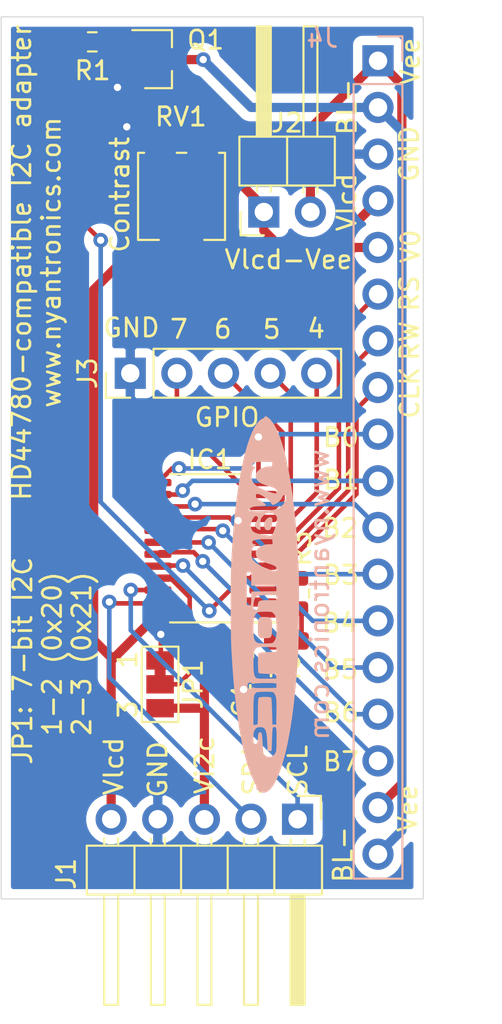
<source format=kicad_pcb>
(kicad_pcb (version 20171130) (host pcbnew "(5.1.9)-1")

  (general
    (thickness 1.6)
    (drawings 38)
    (tracks 167)
    (zones 0)
    (modules 13)
    (nets 29)
  )

  (page A4)
  (layers
    (0 F.Cu signal)
    (31 B.Cu power)
    (32 B.Adhes user)
    (33 F.Adhes user)
    (34 B.Paste user)
    (35 F.Paste user)
    (36 B.SilkS user)
    (37 F.SilkS user)
    (38 B.Mask user)
    (39 F.Mask user)
    (40 Dwgs.User user)
    (41 Cmts.User user)
    (42 Eco1.User user)
    (43 Eco2.User user)
    (44 Edge.Cuts user)
    (45 Margin user)
    (46 B.CrtYd user)
    (47 F.CrtYd user)
    (48 B.Fab user)
    (49 F.Fab user)
  )

  (setup
    (last_trace_width 0.5)
    (user_trace_width 0.5)
    (user_trace_width 1)
    (trace_clearance 0.2)
    (zone_clearance 0.508)
    (zone_45_only no)
    (trace_min 0.2)
    (via_size 0.8)
    (via_drill 0.4)
    (via_min_size 0.4)
    (via_min_drill 0.3)
    (uvia_size 0.3)
    (uvia_drill 0.1)
    (uvias_allowed no)
    (uvia_min_size 0.2)
    (uvia_min_drill 0.1)
    (edge_width 0.05)
    (segment_width 0.2)
    (pcb_text_width 0.3)
    (pcb_text_size 1.5 1.5)
    (mod_edge_width 0.12)
    (mod_text_size 1 1)
    (mod_text_width 0.15)
    (pad_size 1.524 1.524)
    (pad_drill 0.762)
    (pad_to_mask_clearance 0)
    (aux_axis_origin 0 0)
    (visible_elements 7FFFFFFF)
    (pcbplotparams
      (layerselection 0x010fc_ffffffff)
      (usegerberextensions false)
      (usegerberattributes true)
      (usegerberadvancedattributes true)
      (creategerberjobfile true)
      (excludeedgelayer true)
      (linewidth 0.100000)
      (plotframeref false)
      (viasonmask false)
      (mode 1)
      (useauxorigin false)
      (hpglpennumber 1)
      (hpglpenspeed 20)
      (hpglpendiameter 15.000000)
      (psnegative false)
      (psa4output false)
      (plotreference true)
      (plotvalue true)
      (plotinvisibletext false)
      (padsonsilk false)
      (subtractmaskfromsilk false)
      (outputformat 1)
      (mirror false)
      (drillshape 1)
      (scaleselection 1)
      (outputdirectory ""))
  )

  (net 0 "")
  (net 1 GND)
  (net 2 Vi2c)
  (net 3 Vlcd)
  (net 4 SDA)
  (net 5 SCL)
  (net 6 ADDR)
  (net 7 B7)
  (net 8 B6)
  (net 9 B5)
  (net 10 B4)
  (net 11 B3)
  (net 12 B2)
  (net 13 B1)
  (net 14 B0)
  (net 15 "Net-(IC1-Pad11)")
  (net 16 "Net-(IC1-Pad10)")
  (net 17 "Net-(IC1-Pad9)")
  (net 18 "Net-(IC1-Pad8)")
  (net 19 CLK)
  (net 20 RW)
  (net 21 RS)
  (net 22 BL_TGL)
  (net 23 "Net-(IC1-Pad3)")
  (net 24 "Net-(IC1-Pad1)")
  (net 25 VO)
  (net 26 "Net-(Q1-Pad1)")
  (net 27 Vee)
  (net 28 GND_bl)

  (net_class Default "This is the default net class."
    (clearance 0.2)
    (trace_width 0.25)
    (via_dia 0.8)
    (via_drill 0.4)
    (uvia_dia 0.3)
    (uvia_drill 0.1)
    (add_net ADDR)
    (add_net B0)
    (add_net B1)
    (add_net B2)
    (add_net B3)
    (add_net B4)
    (add_net B5)
    (add_net B6)
    (add_net B7)
    (add_net BL_TGL)
    (add_net CLK)
    (add_net GND)
    (add_net GND_bl)
    (add_net "Net-(IC1-Pad1)")
    (add_net "Net-(IC1-Pad10)")
    (add_net "Net-(IC1-Pad11)")
    (add_net "Net-(IC1-Pad3)")
    (add_net "Net-(IC1-Pad8)")
    (add_net "Net-(IC1-Pad9)")
    (add_net "Net-(Q1-Pad1)")
    (add_net RS)
    (add_net RW)
    (add_net SCL)
    (add_net SDA)
    (add_net VO)
    (add_net Vee)
    (add_net Vi2c)
    (add_net Vlcd)
  )

  (module kicad_art:nyantronics_logo (layer B.Cu) (tedit 0) (tstamp 613DEA3C)
    (at 164.2872 108.966 270)
    (fp_text reference G*** (at 0 0 270) (layer B.SilkS) hide
      (effects (font (size 1.524 1.524) (thickness 0.3)) (justify mirror))
    )
    (fp_text value LOGO (at 0.75 0 270) (layer B.SilkS) hide
      (effects (font (size 1.524 1.524) (thickness 0.3)) (justify mirror))
    )
    (fp_poly (pts (xy 0.406741 1.776106) (xy 0.851198 1.773573) (xy 1.273751 1.769171) (xy 1.662594 1.762901)
      (xy 2.005919 1.754762) (xy 2.291921 1.744754) (xy 2.362323 1.741508) (xy 3.302117 1.687133)
      (xy 4.195139 1.619196) (xy 5.038867 1.538133) (xy 5.830781 1.44438) (xy 6.56836 1.338375)
      (xy 7.249084 1.220552) (xy 7.870432 1.09135) (xy 8.429884 0.951203) (xy 8.92492 0.800549)
      (xy 9.353018 0.639824) (xy 9.711658 0.469465) (xy 9.712679 0.468911) (xy 9.858994 0.39509)
      (xy 9.949795 0.362819) (xy 9.988271 0.370985) (xy 9.988916 0.372538) (xy 10.020445 0.387665)
      (xy 10.074482 0.354153) (xy 10.13763 0.286431) (xy 10.196496 0.198928) (xy 10.237683 0.106074)
      (xy 10.238362 0.103838) (xy 10.251272 -0.059521) (xy 10.192156 -0.221382) (xy 10.061554 -0.381099)
      (xy 9.860008 -0.538028) (xy 9.588057 -0.691521) (xy 9.562295 -0.704107) (xy 9.160625 -0.875727)
      (xy 8.688828 -1.036446) (xy 8.148571 -1.185974) (xy 7.541517 -1.324025) (xy 6.869333 -1.450311)
      (xy 6.133683 -1.564542) (xy 5.336233 -1.666432) (xy 4.478647 -1.755691) (xy 3.562591 -1.832032)
      (xy 2.721428 -1.887595) (xy 2.483914 -1.898956) (xy 2.185023 -1.909175) (xy 1.835941 -1.918168)
      (xy 1.447855 -1.92585) (xy 1.031951 -1.932134) (xy 0.599416 -1.936934) (xy 0.161437 -1.940166)
      (xy -0.270801 -1.941744) (xy -0.68611 -1.941581) (xy -1.073304 -1.939592) (xy -1.421196 -1.935692)
      (xy -1.7186 -1.929795) (xy -1.923143 -1.923156) (xy -2.80016 -1.879998) (xy -3.642956 -1.824385)
      (xy -4.448656 -1.756876) (xy -5.214383 -1.678026) (xy -5.937261 -1.588393) (xy -6.614416 -1.488534)
      (xy -7.24297 -1.379004) (xy -7.820049 -1.260362) (xy -8.342776 -1.133163) (xy -8.808276 -0.997964)
      (xy -9.213673 -0.855322) (xy -9.556091 -0.705794) (xy -9.832654 -0.549936) (xy -10.040487 -0.388306)
      (xy -10.085071 -0.34307) (xy -10.180139 -0.226547) (xy -10.226964 -0.138315) (xy -10.223007 -0.085219)
      (xy -10.185432 -0.072572) (xy -10.165449 -0.057873) (xy -7.757378 -0.057873) (xy -7.75721 -0.065059)
      (xy -7.747 -0.489858) (xy -7.62 -0.489858) (xy -7.535348 -0.484007) (xy -7.503285 -0.456301)
      (xy -7.503198 -0.399445) (xy -7.497981 -0.254814) (xy -7.461083 -0.082227) (xy -7.401189 0.085964)
      (xy -7.34405 0.193356) (xy -7.219814 0.329874) (xy -7.073933 0.40106) (xy -6.913688 0.4037)
      (xy -6.883392 0.396514) (xy -6.75541 0.335605) (xy -6.647898 0.225054) (xy -6.555114 0.057048)
      (xy -6.47761 -0.155668) (xy -6.410102 -0.368235) (xy -6.356157 -0.520673) (xy -6.309968 -0.622791)
      (xy -6.265727 -0.684398) (xy -6.217629 -0.715304) (xy -6.159867 -0.725318) (xy -6.14017 -0.725715)
      (xy -6.056357 -0.721122) (xy -6.026313 -0.693497) (xy -6.031269 -0.622066) (xy -6.033621 -0.607786)
      (xy -6.068746 -0.464471) (xy -6.129114 -0.28188) (xy -6.20509 -0.084377) (xy -6.287039 0.103672)
      (xy -6.365326 0.257905) (xy -6.396027 0.308621) (xy -6.422697 0.342686) (xy -6.014081 0.342686)
      (xy -5.998044 0.243322) (xy -5.932622 0.097144) (xy -5.881197 0.004985) (xy -5.744999 -0.200631)
      (xy -5.604958 -0.351317) (xy -5.458811 -0.456251) (xy -5.417731 -0.488971) (xy -5.413293 -0.533927)
      (xy -5.443085 -0.617406) (xy -5.443857 -0.619271) (xy -5.518983 -0.754007) (xy -5.622394 -0.880845)
      (xy -5.735478 -0.980467) (xy -5.839621 -1.033553) (xy -5.844018 -1.034586) (xy -5.923663 -1.067174)
      (xy -5.950244 -1.128666) (xy -5.950857 -1.145883) (xy -5.940955 -1.205189) (xy -5.897173 -1.229595)
      (xy -5.822692 -1.233715) (xy -5.694267 -1.218545) (xy -5.576069 -1.18422) (xy -5.440467 -1.096025)
      (xy -5.311096 -0.955553) (xy -5.205128 -0.782271) (xy -5.187594 -0.743857) (xy -5.151495 -0.62344)
      (xy -5.119265 -0.449429) (xy -5.103797 -0.328956) (xy -4.988538 -0.328956) (xy -4.971011 -0.435979)
      (xy -4.913638 -0.59518) (xy -4.827709 -0.696915) (xy -4.753429 -0.737662) (xy -4.66417 -0.748256)
      (xy -4.524558 -0.735938) (xy -4.352192 -0.703279) (xy -4.164668 -0.652852) (xy -4.157224 -0.65054)
      (xy -3.959254 -0.578965) (xy -3.815822 -0.50613) (xy -3.732713 -0.435696) (xy -3.715715 -0.371326)
      (xy -3.715774 -0.37113) (xy -3.730493 -0.304832) (xy -3.750823 -0.191216) (xy -3.758103 -0.145143)
      (xy -3.549514 -0.145143) (xy -3.537857 -0.489858) (xy -3.401786 -0.501119) (xy -3.265715 -0.512381)
      (xy -3.264918 -0.301548) (xy -3.232764 -0.054916) (xy -3.140946 0.159994) (xy -3.032261 0.297199)
      (xy -2.910342 0.385957) (xy -2.778395 0.410154) (xy -2.669732 0.392231) (xy -2.549009 0.341285)
      (xy -2.44901 0.252169) (xy -2.362653 0.115047) (xy -2.282858 -0.079915) (xy -2.244258 -0.198725)
      (xy -2.17894 -0.404059) (xy -2.125152 -0.549005) (xy -2.076814 -0.643581) (xy -2.027848 -0.697801)
      (xy -1.972177 -0.721683) (xy -1.924448 -0.725715) (xy -1.842045 -0.715937) (xy -1.799015 -0.694075)
      (xy -1.800344 -0.643713) (xy -1.825001 -0.542187) (xy -1.867616 -0.404991) (xy -1.922823 -0.247618)
      (xy -1.985254 -0.085564) (xy -2.049541 0.06568) (xy -2.096044 0.163285) (xy -2.176454 0.300517)
      (xy -2.270116 0.430842) (xy -2.33674 0.505655) (xy -2.423816 0.57955) (xy -2.508614 0.620412)
      (xy -2.622114 0.640742) (xy -2.684824 0.646094) (xy -2.897268 0.641873) (xy -3.060014 0.592396)
      (xy -3.182402 0.494609) (xy -3.19494 0.479331) (xy -3.244023 0.419499) (xy -3.260878 0.415045)
      (xy -3.257902 0.464121) (xy -3.25721 0.470037) (xy -3.276259 0.554352) (xy -3.339189 0.606609)
      (xy -3.420943 0.606827) (xy -3.468388 0.553012) (xy -3.506963 0.438709) (xy -3.534657 0.275677)
      (xy -3.549461 0.075673) (xy -3.549514 -0.145143) (xy -3.758103 -0.145143) (xy -3.772372 -0.054841)
      (xy -3.772434 -0.054429) (xy -3.810761 0.174693) (xy -3.850624 0.343925) (xy -3.896399 0.465892)
      (xy -3.952462 0.55322) (xy -3.9992 0.599685) (xy -4.139623 0.673437) (xy -4.308487 0.694169)
      (xy -4.484944 0.662121) (xy -4.627077 0.592395) (xy -4.736262 0.51427) (xy -4.79283 0.457187)
      (xy -4.807566 0.406878) (xy -4.798076 0.366147) (xy -4.760508 0.302772) (xy -4.702608 0.285305)
      (xy -4.611417 0.313763) (xy -4.511101 0.366559) (xy -4.402901 0.425817) (xy -4.333123 0.45164)
      (xy -4.278177 0.448293) (xy -4.214666 0.420142) (xy -4.127805 0.350165) (xy -4.072971 0.264174)
      (xy -4.037787 0.163285) (xy -4.332108 0.163285) (xy -4.483865 0.160948) (xy -4.586017 0.150204)
      (xy -4.661474 0.125452) (xy -4.733147 0.081093) (xy -4.764639 0.057562) (xy -4.900743 -0.066789)
      (xy -4.973115 -0.190219) (xy -4.988538 -0.328956) (xy -5.103797 -0.328956) (xy -5.092473 -0.240767)
      (xy -5.07269 -0.016396) (xy -5.061486 0.204742) (xy -5.060429 0.403705) (xy -5.071092 0.561552)
      (xy -5.076503 0.596408) (xy -5.099094 0.711471) (xy -5.117626 0.793167) (xy -5.126558 0.820652)
      (xy -5.153177 0.802005) (xy -5.207229 0.742611) (xy -5.230155 0.714593) (xy -5.274711 0.650656)
      (xy -5.304206 0.580655) (xy -5.323057 0.485939) (xy -5.335684 0.347855) (xy -5.341742 0.243517)
      (xy -5.352185 0.089508) (xy -5.365196 -0.036457) (xy -5.37877 -0.11729) (xy -5.386385 -0.137051)
      (xy -5.424751 -0.127391) (xy -5.493067 -0.051638) (xy -5.591328 0.090204) (xy -5.680979 0.233848)
      (xy -5.751709 0.340603) (xy -5.809458 0.396419) (xy -5.871859 0.416153) (xy -5.898693 0.417285)
      (xy -5.980906 0.399315) (xy -6.014081 0.342686) (xy -6.422697 0.342686) (xy -6.531787 0.482022)
      (xy -6.674774 0.591287) (xy -6.838283 0.6446) (xy -6.955882 0.653143) (xy -7.165239 0.628514)
      (xy -7.328276 0.55647) (xy -7.404297 0.487433) (xy -7.443851 0.448809) (xy -7.464827 0.471069)
      (xy -7.475713 0.512255) (xy -7.524659 0.589229) (xy -7.576886 0.610408) (xy -7.649949 0.5958)
      (xy -7.703524 0.525432) (xy -7.738617 0.395541) (xy -7.756234 0.20236) (xy -7.757378 -0.057873)
      (xy -10.165449 -0.057873) (xy -10.143489 -0.041721) (xy -10.100159 0.034417) (xy -10.092629 0.053711)
      (xy -10.006998 0.193405) (xy -9.852492 0.334847) (xy -9.632726 0.476308) (xy -9.351312 0.616059)
      (xy -9.011864 0.75237) (xy -8.617996 0.88351) (xy -8.533415 0.907142) (xy -1.741714 0.907142)
      (xy -1.741714 0.653143) (xy -1.016 0.653143) (xy -1.016 0.02111) (xy -1.014738 -0.189274)
      (xy -1.011239 -0.377003) (xy -1.005937 -0.528936) (xy -0.999263 -0.631933) (xy -0.99324 -0.670233)
      (xy -0.951213 -0.711583) (xy -0.860268 -0.720024) (xy -0.839026 -0.718558) (xy -0.707572 -0.707572)
      (xy -0.702317 -0.345387) (xy -0.50915 -0.345387) (xy -0.507272 -0.499029) (xy -0.500753 -0.619909)
      (xy -0.489228 -0.691236) (xy -0.48381 -0.701524) (xy -0.434013 -0.718128) (xy -0.345851 -0.725673)
      (xy -0.338667 -0.725715) (xy -0.217714 -0.725715) (xy -0.217219 -0.3175) (xy -0.215851 -0.101524)
      (xy 0.399143 -0.101524) (xy 0.400326 -0.268025) (xy 0.406281 -0.37912) (xy 0.420618 -0.451962)
      (xy 0.446946 -0.503708) (xy 0.488873 -0.551513) (xy 0.495135 -0.557811) (xy 0.565734 -0.618219)
      (xy 0.64673 -0.66187) (xy 0.750926 -0.691411) (xy 0.891126 -0.709487) (xy 1.080133 -0.718741)
      (xy 1.288143 -0.721645) (xy 1.497057 -0.720868) (xy 1.649385 -0.714864) (xy 1.761025 -0.701943)
      (xy 1.847874 -0.680417) (xy 1.911144 -0.655431) (xy 2.012521 -0.597597) (xy 2.086795 -0.53424)
      (xy 2.101644 -0.513471) (xy 2.118578 -0.446589) (xy 2.131835 -0.327162) (xy 2.139584 -0.175381)
      (xy 2.322285 -0.175381) (xy 2.324066 -0.359546) (xy 2.328949 -0.517213) (xy 2.336251 -0.634408)
      (xy 2.345283 -0.697157) (xy 2.348196 -0.703244) (xy 2.399485 -0.718442) (xy 2.484267 -0.718363)
      (xy 2.594428 -0.707572) (xy 2.604671 -0.256307) (xy 2.611885 -0.071402) (xy 2.623708 0.083123)
      (xy 2.638707 0.192931) (xy 2.654471 0.242621) (xy 2.694115 0.263529) (xy 2.778105 0.277831)
      (xy 2.914931 0.286277) (xy 3.113082 0.289615) (xy 3.188514 0.28973) (xy 3.37327 0.287551)
      (xy 3.533421 0.281969) (xy 3.654192 0.273771) (xy 3.720813 0.263742) (xy 3.727216 0.261079)
      (xy 3.749105 0.21361) (xy 3.765558 0.100816) (xy 3.776868 -0.079973) (xy 3.781644 -0.237294)
      (xy 3.791857 -0.707572) (xy 4.045857 -0.707572) (xy 4.055955 -0.208177) (xy 4.057355 0.024241)
      (xy 4.05143 0.203671) (xy 4.038557 0.322936) (xy 4.02582 0.366395) (xy 3.976877 0.43009)
      (xy 3.901379 0.477451) (xy 3.789858 0.510511) (xy 3.632846 0.5313) (xy 3.420875 0.54185)
      (xy 3.19667 0.544285) (xy 2.954179 0.542322) (xy 2.772039 0.534978) (xy 2.638101 0.520071)
      (xy 2.540215 0.495421) (xy 2.466232 0.458847) (xy 2.404002 0.408166) (xy 2.396306 0.400592)
      (xy 2.366544 0.364899) (xy 2.345985 0.318982) (xy 2.332956 0.249821) (xy 2.325782 0.144394)
      (xy 2.322791 -0.01032) (xy 2.322285 -0.175381) (xy 2.139584 -0.175381) (xy 2.139594 -0.175195)
      (xy 2.140857 -0.083031) (xy 2.135847 0.116181) (xy 2.115156 0.268373) (xy 2.070295 0.379794)
      (xy 1.992772 0.456693) (xy 1.874096 0.505319) (xy 1.705778 0.53192) (xy 1.479326 0.542746)
      (xy 1.288499 0.544285) (xy 1.073141 0.543061) (xy 0.915997 0.538352) (xy 0.802737 0.52861)
      (xy 0.71903 0.512284) (xy 0.650545 0.487823) (xy 0.616625 0.471595) (xy 0.519218 0.410637)
      (xy 0.448822 0.346572) (xy 0.436642 0.328838) (xy 0.42053 0.263563) (xy 0.407885 0.145406)
      (xy 0.400422 -0.005965) (xy 0.399143 -0.101524) (xy -0.215851 -0.101524) (xy -0.215817 -0.096173)
      (xy -0.208313 0.063226) (xy -0.18883 0.17134) (xy -0.15149 0.238811) (xy -0.090415 0.276282)
      (xy 0.000271 0.294397) (xy 0.125874 0.303764) (xy 0.264296 0.323936) (xy 0.338216 0.366933)
      (xy 0.353276 0.436969) (xy 0.345873 0.468061) (xy 0.324624 0.509205) (xy 0.282044 0.532251)
      (xy 0.200492 0.54224) (xy 0.079197 0.544229) (xy -0.144761 0.524139) (xy -0.317728 0.465526)
      (xy -0.433962 0.370699) (xy -0.461603 0.326571) (xy -0.477495 0.260984) (xy -0.490559 0.144203)
      (xy -0.500431 -0.006979) (xy -0.506749 -0.175773) (xy -0.50915 -0.345387) (xy -0.702317 -0.345387)
      (xy -0.6977 -0.027215) (xy -0.687827 0.653143) (xy -0.327912 0.653143) (xy -0.157645 0.656916)
      (xy -0.029485 0.667403) (xy 0.044049 0.68335) (xy 0.055703 0.691491) (xy 0.0593 0.713468)
      (xy 4.251271 0.713468) (xy 4.297257 0.620115) (xy 4.305481 0.610643) (xy 4.338011 0.56007)
      (xy 4.323624 0.544285) (xy 4.310484 0.510391) (xy 4.29943 0.418227) (xy 4.290646 0.282069)
      (xy 4.284315 0.116194) (xy 4.280619 -0.065124) (xy 4.279742 -0.247606) (xy 4.281867 -0.416977)
      (xy 4.287176 -0.558962) (xy 4.295854 -0.659282) (xy 4.307624 -0.703244) (xy 4.358914 -0.718442)
      (xy 4.443696 -0.718363) (xy 4.553857 -0.707572) (xy 4.563204 -0.132238) (xy 4.753697 -0.132238)
      (xy 4.755119 -0.291068) (xy 4.761419 -0.424605) (xy 4.7729 -0.513291) (xy 4.777081 -0.527416)
      (xy 4.822934 -0.579497) (xy 4.910112 -0.637277) (xy 4.949438 -0.656981) (xy 5.008103 -0.680472)
      (xy 5.073845 -0.697609) (xy 5.158127 -0.709169) (xy 5.272411 -0.715929) (xy 5.428159 -0.718665)
      (xy 5.636835 -0.718154) (xy 5.823857 -0.71624) (xy 6.549571 -0.707572) (xy 6.549571 -0.614935)
      (xy 6.674719 -0.614935) (xy 6.682082 -0.658658) (xy 6.714257 -0.689058) (xy 6.78041 -0.708548)
      (xy 6.88971 -0.719543) (xy 7.051324 -0.724454) (xy 7.274418 -0.725694) (xy 7.329741 -0.725715)
      (xy 7.594664 -0.72352) (xy 7.795444 -0.716559) (xy 7.940389 -0.704263) (xy 8.037804 -0.686065)
      (xy 8.069994 -0.675119) (xy 8.203299 -0.585899) (xy 8.285746 -0.461091) (xy 8.312861 -0.317874)
      (xy 8.280169 -0.173426) (xy 8.223546 -0.085631) (xy 8.186843 -0.046116) (xy 8.147322 -0.017912)
      (xy 8.091917 0.001741) (xy 8.007567 0.015606) (xy 7.881208 0.026444) (xy 7.699776 0.037018)
      (xy 7.624784 0.040962) (xy 7.388957 0.054266) (xy 7.216356 0.067413) (xy 7.097676 0.082586)
      (xy 7.023609 0.101966) (xy 6.984848 0.127738) (xy 6.972088 0.162082) (xy 6.973813 0.193616)
      (xy 6.98639 0.233923) (xy 7.020366 0.259475) (xy 7.09122 0.275418) (xy 7.214433 0.286901)
      (xy 7.264536 0.290285) (xy 7.438262 0.307669) (xy 7.548102 0.335707) (xy 7.602472 0.37882)
      (xy 7.60979 0.441427) (xy 7.603016 0.468061) (xy 7.585323 0.50478) (xy 7.55064 0.527384)
      (xy 7.483807 0.539245) (xy 7.369667 0.543729) (xy 7.260063 0.544285) (xy 7.095683 0.541488)
      (xy 6.982847 0.530486) (xy 6.900655 0.507363) (xy 6.828207 0.468203) (xy 6.818009 0.461458)
      (xy 6.733404 0.390896) (xy 6.694511 0.308964) (xy 6.683624 0.226987) (xy 6.685004 0.094459)
      (xy 6.715962 -0.008032) (xy 6.784043 -0.084695) (xy 6.896792 -0.139739) (xy 7.061756 -0.177375)
      (xy 7.28648 -0.20181) (xy 7.471998 -0.212788) (xy 7.964714 -0.235858) (xy 7.976196 -0.335643)
      (xy 7.980924 -0.410475) (xy 7.976196 -0.442321) (xy 7.938002 -0.44566) (xy 7.839159 -0.450655)
      (xy 7.691559 -0.456805) (xy 7.50709 -0.46361) (xy 7.330139 -0.469535) (xy 7.100167 -0.477508)
      (xy 6.9327 -0.485371) (xy 6.817685 -0.494459) (xy 6.745069 -0.506106) (xy 6.704799 -0.521649)
      (xy 6.686824 -0.542422) (xy 6.682999 -0.555477) (xy 6.674719 -0.614935) (xy 6.549571 -0.614935)
      (xy 6.549571 -0.489858) (xy 5.842 -0.471715) (xy 5.620644 -0.464647) (xy 5.422885 -0.455699)
      (xy 5.260683 -0.445626) (xy 5.145995 -0.435181) (xy 5.090781 -0.425119) (xy 5.089071 -0.424216)
      (xy 5.06569 -0.373958) (xy 5.050397 -0.27283) (xy 5.043251 -0.142088) (xy 5.044309 -0.002989)
      (xy 5.053629 0.123213) (xy 5.071267 0.21526) (xy 5.087257 0.246742) (xy 5.132965 0.264217)
      (xy 5.233485 0.27698) (xy 5.3937 0.285335) (xy 5.618493 0.289582) (xy 5.791861 0.290285)
      (xy 6.006819 0.291453) (xy 6.199022 0.294696) (xy 6.355734 0.299623) (xy 6.46422 0.305844)
      (xy 6.510318 0.31231) (xy 6.554644 0.364157) (xy 6.567714 0.43931) (xy 6.567714 0.544285)
      (xy 5.803912 0.544285) (xy 5.517254 0.542896) (xy 5.294014 0.537651) (xy 5.125074 0.526935)
      (xy 5.001317 0.509134) (xy 4.913623 0.482634) (xy 4.852875 0.445818) (xy 4.809955 0.397073)
      (xy 4.79079 0.364867) (xy 4.7757 0.300437) (xy 4.764288 0.183071) (xy 4.756853 0.032327)
      (xy 4.753697 -0.132238) (xy 4.563204 -0.132238) (xy 4.563835 -0.093416) (xy 4.566295 0.148966)
      (xy 4.564383 0.32664) (xy 4.557672 0.447359) (xy 4.545735 0.518879) (xy 4.528566 0.548703)
      (xy 4.507917 0.577516) (xy 4.545802 0.600644) (xy 4.592979 0.651197) (xy 4.608152 0.732238)
      (xy 4.590635 0.810306) (xy 4.550889 0.848832) (xy 4.426527 0.873095) (xy 4.327444 0.851156)
      (xy 4.26518 0.794214) (xy 4.251271 0.713468) (xy 0.0593 0.713468) (xy 0.065853 0.753505)
      (xy 0.057153 0.818491) (xy 0.034903 0.907142) (xy -1.741714 0.907142) (xy -8.533415 0.907142)
      (xy -8.173321 1.007752) (xy -8.019143 1.046192) (xy -7.317555 1.199564) (xy -6.546202 1.336477)
      (xy -5.706026 1.456817) (xy -4.797969 1.560469) (xy -3.822974 1.647317) (xy -2.781984 1.717247)
      (xy -2.326038 1.741508) (xy -2.058831 1.752057) (xy -1.730884 1.760737) (xy -1.354002 1.767549)
      (xy -0.939992 1.772491) (xy -0.500661 1.775565) (xy -0.047814 1.77677) (xy 0.406741 1.776106)) (layer B.SilkS) (width 0.01))
    (fp_poly (pts (xy -4.221223 -0.053428) (xy -4.097621 -0.098077) (xy -4.077052 -0.113082) (xy -4.040089 -0.183387)
      (xy -4.034933 -0.269053) (xy -4.056066 -0.350972) (xy -4.113672 -0.399039) (xy -4.172857 -0.421317)
      (xy -4.314545 -0.457447) (xy -4.462269 -0.48126) (xy -4.588414 -0.489189) (xy -4.650554 -0.483015)
      (xy -4.717774 -0.438293) (xy -4.734575 -0.362514) (xy -4.706308 -0.271055) (xy -4.638323 -0.179295)
      (xy -4.53597 -0.102613) (xy -4.514388 -0.091636) (xy -4.369836 -0.050806) (xy -4.221223 -0.053428)) (layer B.SilkS) (width 0.01))
    (fp_poly (pts (xy 1.500204 0.288993) (xy 1.652897 0.280434) (xy 1.753595 0.257588) (xy 1.812585 0.213434)
      (xy 1.840155 0.140949) (xy 1.846594 0.033114) (xy 1.843176 -0.090507) (xy 1.835941 -0.236284)
      (xy 1.824063 -0.326877) (xy 1.802268 -0.379671) (xy 1.765279 -0.412051) (xy 1.741714 -0.424876)
      (xy 1.656519 -0.44758) (xy 1.519964 -0.462636) (xy 1.352858 -0.470044) (xy 1.176009 -0.469802)
      (xy 1.010225 -0.461912) (xy 0.876314 -0.446372) (xy 0.798285 -0.424886) (xy 0.751269 -0.394844)
      (xy 0.722849 -0.351406) (xy 0.70722 -0.27646) (xy 0.698579 -0.151894) (xy 0.696711 -0.107921)
      (xy 0.694197 0.038342) (xy 0.706817 0.143601) (xy 0.744511 0.214581) (xy 0.81722 0.25801)
      (xy 0.934885 0.280612) (xy 1.107445 0.289115) (xy 1.285227 0.290285) (xy 1.500204 0.288993)) (layer B.SilkS) (width 0.01))
  )

  (module Potentiometer_SMD:Potentiometer_Bourns_3314G_Vertical (layer F.Cu) (tedit 5A81E1D7) (tstamp 6098B617)
    (at 159.8295 86.7664)
    (descr "Potentiometer, vertical, Bourns 3314G, http://www.bourns.com/docs/Product-Datasheets/3314.pdf")
    (tags "Potentiometer vertical Bourns 3314G")
    (path /609C42C0)
    (attr smd)
    (fp_text reference RV1 (at -0.0381 -4.3307) (layer F.SilkS)
      (effects (font (size 1 1) (thickness 0.15)))
    )
    (fp_text value R_POT_Small (at 0 4.65) (layer F.Fab)
      (effects (font (size 1 1) (thickness 0.15)))
    )
    (fp_circle (center 0 0) (end 1 0) (layer F.Fab) (width 0.1))
    (fp_line (start -2.25 -2.25) (end -2.25 2.25) (layer F.Fab) (width 0.1))
    (fp_line (start -2.25 2.25) (end 2.25 2.25) (layer F.Fab) (width 0.1))
    (fp_line (start 2.25 2.25) (end 2.25 -2.25) (layer F.Fab) (width 0.1))
    (fp_line (start 2.25 -2.25) (end -2.25 -2.25) (layer F.Fab) (width 0.1))
    (fp_line (start 0 0.99) (end 0.001 -0.989) (layer F.Fab) (width 0.1))
    (fp_line (start 0 0.99) (end 0.001 -0.989) (layer F.Fab) (width 0.1))
    (fp_line (start 2.04 -2.37) (end 2.37 -2.37) (layer F.SilkS) (width 0.12))
    (fp_line (start -2.37 -2.37) (end -2.039 -2.37) (layer F.SilkS) (width 0.12))
    (fp_line (start -0.259 -2.37) (end 0.26 -2.37) (layer F.SilkS) (width 0.12))
    (fp_line (start -2.37 2.37) (end -1.24 2.37) (layer F.SilkS) (width 0.12))
    (fp_line (start 1.24 2.37) (end 2.37 2.37) (layer F.SilkS) (width 0.12))
    (fp_line (start -2.37 -2.37) (end -2.37 2.37) (layer F.SilkS) (width 0.12))
    (fp_line (start 2.37 -2.37) (end 2.37 2.37) (layer F.SilkS) (width 0.12))
    (fp_line (start -2.5 -3.65) (end -2.5 3.65) (layer F.CrtYd) (width 0.05))
    (fp_line (start -2.5 3.65) (end 2.5 3.65) (layer F.CrtYd) (width 0.05))
    (fp_line (start 2.5 3.65) (end 2.5 -3.65) (layer F.CrtYd) (width 0.05))
    (fp_line (start 2.5 -3.65) (end -2.5 -3.65) (layer F.CrtYd) (width 0.05))
    (fp_text user %R (at 0 -1.7) (layer F.Fab)
      (effects (font (size 0.63 0.63) (thickness 0.15)))
    )
    (pad 3 smd rect (at -1.15 -2.75) (size 1.3 1.3) (layers F.Cu F.Paste F.Mask)
      (net 1 GND))
    (pad 2 smd rect (at 0 2.75) (size 2 1.3) (layers F.Cu F.Paste F.Mask)
      (net 25 VO))
    (pad 1 smd rect (at 1.15 -2.75) (size 1.3 1.3) (layers F.Cu F.Paste F.Mask)
      (net 3 Vlcd))
    (model ${KISYS3DMOD}/Potentiometer_SMD.3dshapes/Potentiometer_Bourns_3314G_Vertical.wrl
      (at (xyz 0 0 0))
      (scale (xyz 1 1 1))
      (rotate (xyz 0 0 0))
    )
  )

  (module Connector_PinHeader_2.54mm:PinHeader_1x05_P2.54mm_Vertical (layer F.Cu) (tedit 59FED5CC) (tstamp 613DCD98)
    (at 157.0355 96.393 90)
    (descr "Through hole straight pin header, 1x05, 2.54mm pitch, single row")
    (tags "Through hole pin header THT 1x05 2.54mm single row")
    (path /613DF201)
    (fp_text reference J3 (at 0 -2.33 90) (layer F.SilkS)
      (effects (font (size 1 1) (thickness 0.15)))
    )
    (fp_text value Conn_01x05 (at 0 12.49 90) (layer F.Fab)
      (effects (font (size 1 1) (thickness 0.15)))
    )
    (fp_text user %R (at 0 5.08) (layer F.Fab)
      (effects (font (size 1 1) (thickness 0.15)))
    )
    (fp_line (start -0.635 -1.27) (end 1.27 -1.27) (layer F.Fab) (width 0.1))
    (fp_line (start 1.27 -1.27) (end 1.27 11.43) (layer F.Fab) (width 0.1))
    (fp_line (start 1.27 11.43) (end -1.27 11.43) (layer F.Fab) (width 0.1))
    (fp_line (start -1.27 11.43) (end -1.27 -0.635) (layer F.Fab) (width 0.1))
    (fp_line (start -1.27 -0.635) (end -0.635 -1.27) (layer F.Fab) (width 0.1))
    (fp_line (start -1.33 11.49) (end 1.33 11.49) (layer F.SilkS) (width 0.12))
    (fp_line (start -1.33 1.27) (end -1.33 11.49) (layer F.SilkS) (width 0.12))
    (fp_line (start 1.33 1.27) (end 1.33 11.49) (layer F.SilkS) (width 0.12))
    (fp_line (start -1.33 1.27) (end 1.33 1.27) (layer F.SilkS) (width 0.12))
    (fp_line (start -1.33 0) (end -1.33 -1.33) (layer F.SilkS) (width 0.12))
    (fp_line (start -1.33 -1.33) (end 0 -1.33) (layer F.SilkS) (width 0.12))
    (fp_line (start -1.8 -1.8) (end -1.8 11.95) (layer F.CrtYd) (width 0.05))
    (fp_line (start -1.8 11.95) (end 1.8 11.95) (layer F.CrtYd) (width 0.05))
    (fp_line (start 1.8 11.95) (end 1.8 -1.8) (layer F.CrtYd) (width 0.05))
    (fp_line (start 1.8 -1.8) (end -1.8 -1.8) (layer F.CrtYd) (width 0.05))
    (pad 5 thru_hole oval (at 0 10.16 90) (size 1.7 1.7) (drill 1) (layers *.Cu *.Mask)
      (net 18 "Net-(IC1-Pad8)"))
    (pad 4 thru_hole oval (at 0 7.62 90) (size 1.7 1.7) (drill 1) (layers *.Cu *.Mask)
      (net 17 "Net-(IC1-Pad9)"))
    (pad 3 thru_hole oval (at 0 5.08 90) (size 1.7 1.7) (drill 1) (layers *.Cu *.Mask)
      (net 16 "Net-(IC1-Pad10)"))
    (pad 2 thru_hole oval (at 0 2.54 90) (size 1.7 1.7) (drill 1) (layers *.Cu *.Mask)
      (net 15 "Net-(IC1-Pad11)"))
    (pad 1 thru_hole rect (at 0 0 90) (size 1.7 1.7) (drill 1) (layers *.Cu *.Mask)
      (net 1 GND))
    (model ${KISYS3DMOD}/Connector_PinHeader_2.54mm.3dshapes/PinHeader_1x05_P2.54mm_Vertical.wrl
      (at (xyz 0 0 0))
      (scale (xyz 1 1 1))
      (rotate (xyz 0 0 0))
    )
  )

  (module Resistor_SMD:R_0603_1608Metric (layer F.Cu) (tedit 5F68FEEE) (tstamp 6098EC25)
    (at 166.2557 108.3818 270)
    (descr "Resistor SMD 0603 (1608 Metric), square (rectangular) end terminal, IPC_7351 nominal, (Body size source: IPC-SM-782 page 72, https://www.pcb-3d.com/wordpress/wp-content/uploads/ipc-sm-782a_amendment_1_and_2.pdf), generated with kicad-footprint-generator")
    (tags resistor)
    (path /60992017)
    (attr smd)
    (fp_text reference R3 (at -2.4511 -0.1143 90) (layer F.SilkS)
      (effects (font (size 1 1) (thickness 0.15)))
    )
    (fp_text value 4k7 (at 0 1.43 90) (layer F.Fab)
      (effects (font (size 1 1) (thickness 0.15)))
    )
    (fp_line (start -0.8 0.4125) (end -0.8 -0.4125) (layer F.Fab) (width 0.1))
    (fp_line (start -0.8 -0.4125) (end 0.8 -0.4125) (layer F.Fab) (width 0.1))
    (fp_line (start 0.8 -0.4125) (end 0.8 0.4125) (layer F.Fab) (width 0.1))
    (fp_line (start 0.8 0.4125) (end -0.8 0.4125) (layer F.Fab) (width 0.1))
    (fp_line (start -0.237258 -0.5225) (end 0.237258 -0.5225) (layer F.SilkS) (width 0.12))
    (fp_line (start -0.237258 0.5225) (end 0.237258 0.5225) (layer F.SilkS) (width 0.12))
    (fp_line (start -1.48 0.73) (end -1.48 -0.73) (layer F.CrtYd) (width 0.05))
    (fp_line (start -1.48 -0.73) (end 1.48 -0.73) (layer F.CrtYd) (width 0.05))
    (fp_line (start 1.48 -0.73) (end 1.48 0.73) (layer F.CrtYd) (width 0.05))
    (fp_line (start 1.48 0.73) (end -1.48 0.73) (layer F.CrtYd) (width 0.05))
    (fp_text user %R (at 0 0 90) (layer F.Fab)
      (effects (font (size 0.4 0.4) (thickness 0.06)))
    )
    (pad 2 smd roundrect (at 0.825 0 270) (size 0.8 0.95) (layers F.Cu F.Paste F.Mask) (roundrect_rratio 0.25)
      (net 2 Vi2c))
    (pad 1 smd roundrect (at -0.825 0 270) (size 0.8 0.95) (layers F.Cu F.Paste F.Mask) (roundrect_rratio 0.25)
      (net 23 "Net-(IC1-Pad3)"))
    (model ${KISYS3DMOD}/Resistor_SMD.3dshapes/R_0603_1608Metric.wrl
      (at (xyz 0 0 0))
      (scale (xyz 1 1 1))
      (rotate (xyz 0 0 0))
    )
  )

  (module Package_SO:TSSOP-24_4.4x7.8mm_P0.65mm (layer F.Cu) (tedit 5E476F32) (tstamp 6127C4E1)
    (at 161.4043 105.918 180)
    (descr "TSSOP, 24 Pin (JEDEC MO-153 Var AD https://www.jedec.org/document_search?search_api_views_fulltext=MO-153), generated with kicad-footprint-generator ipc_gullwing_generator.py")
    (tags "TSSOP SO")
    (path /6097E87A)
    (attr smd)
    (fp_text reference IC1 (at 0.0254 4.826) (layer F.SilkS)
      (effects (font (size 1 1) (thickness 0.15)))
    )
    (fp_text value TCA6416APWR (at 0 4.85) (layer F.Fab)
      (effects (font (size 1 1) (thickness 0.15)))
    )
    (fp_line (start 3.85 -4.15) (end -3.85 -4.15) (layer F.CrtYd) (width 0.05))
    (fp_line (start 3.85 4.15) (end 3.85 -4.15) (layer F.CrtYd) (width 0.05))
    (fp_line (start -3.85 4.15) (end 3.85 4.15) (layer F.CrtYd) (width 0.05))
    (fp_line (start -3.85 -4.15) (end -3.85 4.15) (layer F.CrtYd) (width 0.05))
    (fp_line (start -2.2 -2.9) (end -1.2 -3.9) (layer F.Fab) (width 0.1))
    (fp_line (start -2.2 3.9) (end -2.2 -2.9) (layer F.Fab) (width 0.1))
    (fp_line (start 2.2 3.9) (end -2.2 3.9) (layer F.Fab) (width 0.1))
    (fp_line (start 2.2 -3.9) (end 2.2 3.9) (layer F.Fab) (width 0.1))
    (fp_line (start -1.2 -3.9) (end 2.2 -3.9) (layer F.Fab) (width 0.1))
    (fp_line (start 0 -4.035) (end -3.6 -4.035) (layer F.SilkS) (width 0.12))
    (fp_line (start 0 -4.035) (end 2.2 -4.035) (layer F.SilkS) (width 0.12))
    (fp_line (start 0 4.035) (end -2.2 4.035) (layer F.SilkS) (width 0.12))
    (fp_line (start 0 4.035) (end 2.2 4.035) (layer F.SilkS) (width 0.12))
    (fp_text user %R (at 0 0) (layer F.Fab)
      (effects (font (size 1 1) (thickness 0.15)))
    )
    (pad 24 smd roundrect (at 2.8625 -3.575 180) (size 1.475 0.4) (layers F.Cu F.Paste F.Mask) (roundrect_rratio 0.25)
      (net 3 Vlcd))
    (pad 23 smd roundrect (at 2.8625 -2.925 180) (size 1.475 0.4) (layers F.Cu F.Paste F.Mask) (roundrect_rratio 0.25)
      (net 4 SDA))
    (pad 22 smd roundrect (at 2.8625 -2.275 180) (size 1.475 0.4) (layers F.Cu F.Paste F.Mask) (roundrect_rratio 0.25)
      (net 5 SCL))
    (pad 21 smd roundrect (at 2.8625 -1.625 180) (size 1.475 0.4) (layers F.Cu F.Paste F.Mask) (roundrect_rratio 0.25)
      (net 6 ADDR))
    (pad 20 smd roundrect (at 2.8625 -0.975 180) (size 1.475 0.4) (layers F.Cu F.Paste F.Mask) (roundrect_rratio 0.25)
      (net 7 B7))
    (pad 19 smd roundrect (at 2.8625 -0.325 180) (size 1.475 0.4) (layers F.Cu F.Paste F.Mask) (roundrect_rratio 0.25)
      (net 8 B6))
    (pad 18 smd roundrect (at 2.8625 0.325 180) (size 1.475 0.4) (layers F.Cu F.Paste F.Mask) (roundrect_rratio 0.25)
      (net 9 B5))
    (pad 17 smd roundrect (at 2.8625 0.975 180) (size 1.475 0.4) (layers F.Cu F.Paste F.Mask) (roundrect_rratio 0.25)
      (net 10 B4))
    (pad 16 smd roundrect (at 2.8625 1.625 180) (size 1.475 0.4) (layers F.Cu F.Paste F.Mask) (roundrect_rratio 0.25)
      (net 11 B3))
    (pad 15 smd roundrect (at 2.8625 2.275 180) (size 1.475 0.4) (layers F.Cu F.Paste F.Mask) (roundrect_rratio 0.25)
      (net 12 B2))
    (pad 14 smd roundrect (at 2.8625 2.925 180) (size 1.475 0.4) (layers F.Cu F.Paste F.Mask) (roundrect_rratio 0.25)
      (net 13 B1))
    (pad 13 smd roundrect (at 2.8625 3.575 180) (size 1.475 0.4) (layers F.Cu F.Paste F.Mask) (roundrect_rratio 0.25)
      (net 14 B0))
    (pad 12 smd roundrect (at -2.8625 3.575 180) (size 1.475 0.4) (layers F.Cu F.Paste F.Mask) (roundrect_rratio 0.25)
      (net 1 GND))
    (pad 11 smd roundrect (at -2.8625 2.925 180) (size 1.475 0.4) (layers F.Cu F.Paste F.Mask) (roundrect_rratio 0.25)
      (net 15 "Net-(IC1-Pad11)"))
    (pad 10 smd roundrect (at -2.8625 2.275 180) (size 1.475 0.4) (layers F.Cu F.Paste F.Mask) (roundrect_rratio 0.25)
      (net 16 "Net-(IC1-Pad10)"))
    (pad 9 smd roundrect (at -2.8625 1.625 180) (size 1.475 0.4) (layers F.Cu F.Paste F.Mask) (roundrect_rratio 0.25)
      (net 17 "Net-(IC1-Pad9)"))
    (pad 8 smd roundrect (at -2.8625 0.975 180) (size 1.475 0.4) (layers F.Cu F.Paste F.Mask) (roundrect_rratio 0.25)
      (net 18 "Net-(IC1-Pad8)"))
    (pad 7 smd roundrect (at -2.8625 0.325 180) (size 1.475 0.4) (layers F.Cu F.Paste F.Mask) (roundrect_rratio 0.25)
      (net 21 RS))
    (pad 6 smd roundrect (at -2.8625 -0.325 180) (size 1.475 0.4) (layers F.Cu F.Paste F.Mask) (roundrect_rratio 0.25)
      (net 20 RW))
    (pad 5 smd roundrect (at -2.8625 -0.975 180) (size 1.475 0.4) (layers F.Cu F.Paste F.Mask) (roundrect_rratio 0.25)
      (net 19 CLK))
    (pad 4 smd roundrect (at -2.8625 -1.625 180) (size 1.475 0.4) (layers F.Cu F.Paste F.Mask) (roundrect_rratio 0.25)
      (net 22 BL_TGL))
    (pad 3 smd roundrect (at -2.8625 -2.275 180) (size 1.475 0.4) (layers F.Cu F.Paste F.Mask) (roundrect_rratio 0.25)
      (net 23 "Net-(IC1-Pad3)"))
    (pad 2 smd roundrect (at -2.8625 -2.925 180) (size 1.475 0.4) (layers F.Cu F.Paste F.Mask) (roundrect_rratio 0.25)
      (net 2 Vi2c))
    (pad 1 smd roundrect (at -2.8625 -3.575 180) (size 1.475 0.4) (layers F.Cu F.Paste F.Mask) (roundrect_rratio 0.25)
      (net 24 "Net-(IC1-Pad1)"))
    (model ${KISYS3DMOD}/Package_SO.3dshapes/TSSOP-24_4.4x7.8mm_P0.65mm.wrl
      (at (xyz 0 0 0))
      (scale (xyz 1 1 1))
      (rotate (xyz 0 0 0))
    )
  )

  (module Connector_PinHeader_2.54mm:PinHeader_1x02_P2.54mm_Horizontal (layer F.Cu) (tedit 59FED5CB) (tstamp 613E012C)
    (at 164.3126 87.6173 90)
    (descr "Through hole angled pin header, 1x02, 2.54mm pitch, 6mm pin length, single row")
    (tags "Through hole angled pin header THT 1x02 2.54mm single row")
    (path /609C60D7)
    (fp_text reference J2 (at 4.8514 1.2573 180) (layer F.SilkS)
      (effects (font (size 1 1) (thickness 0.15)))
    )
    (fp_text value Conn_01x02_Male (at 4.385 4.81 90) (layer F.Fab)
      (effects (font (size 1 1) (thickness 0.15)))
    )
    (fp_line (start 2.135 -1.27) (end 4.04 -1.27) (layer F.Fab) (width 0.1))
    (fp_line (start 4.04 -1.27) (end 4.04 3.81) (layer F.Fab) (width 0.1))
    (fp_line (start 4.04 3.81) (end 1.5 3.81) (layer F.Fab) (width 0.1))
    (fp_line (start 1.5 3.81) (end 1.5 -0.635) (layer F.Fab) (width 0.1))
    (fp_line (start 1.5 -0.635) (end 2.135 -1.27) (layer F.Fab) (width 0.1))
    (fp_line (start -0.32 -0.32) (end 1.5 -0.32) (layer F.Fab) (width 0.1))
    (fp_line (start -0.32 -0.32) (end -0.32 0.32) (layer F.Fab) (width 0.1))
    (fp_line (start -0.32 0.32) (end 1.5 0.32) (layer F.Fab) (width 0.1))
    (fp_line (start 4.04 -0.32) (end 10.04 -0.32) (layer F.Fab) (width 0.1))
    (fp_line (start 10.04 -0.32) (end 10.04 0.32) (layer F.Fab) (width 0.1))
    (fp_line (start 4.04 0.32) (end 10.04 0.32) (layer F.Fab) (width 0.1))
    (fp_line (start -0.32 2.22) (end 1.5 2.22) (layer F.Fab) (width 0.1))
    (fp_line (start -0.32 2.22) (end -0.32 2.86) (layer F.Fab) (width 0.1))
    (fp_line (start -0.32 2.86) (end 1.5 2.86) (layer F.Fab) (width 0.1))
    (fp_line (start 4.04 2.22) (end 10.04 2.22) (layer F.Fab) (width 0.1))
    (fp_line (start 10.04 2.22) (end 10.04 2.86) (layer F.Fab) (width 0.1))
    (fp_line (start 4.04 2.86) (end 10.04 2.86) (layer F.Fab) (width 0.1))
    (fp_line (start 1.44 -1.33) (end 1.44 3.87) (layer F.SilkS) (width 0.12))
    (fp_line (start 1.44 3.87) (end 4.1 3.87) (layer F.SilkS) (width 0.12))
    (fp_line (start 4.1 3.87) (end 4.1 -1.33) (layer F.SilkS) (width 0.12))
    (fp_line (start 4.1 -1.33) (end 1.44 -1.33) (layer F.SilkS) (width 0.12))
    (fp_line (start 4.1 -0.38) (end 10.1 -0.38) (layer F.SilkS) (width 0.12))
    (fp_line (start 10.1 -0.38) (end 10.1 0.38) (layer F.SilkS) (width 0.12))
    (fp_line (start 10.1 0.38) (end 4.1 0.38) (layer F.SilkS) (width 0.12))
    (fp_line (start 4.1 -0.32) (end 10.1 -0.32) (layer F.SilkS) (width 0.12))
    (fp_line (start 4.1 -0.2) (end 10.1 -0.2) (layer F.SilkS) (width 0.12))
    (fp_line (start 4.1 -0.08) (end 10.1 -0.08) (layer F.SilkS) (width 0.12))
    (fp_line (start 4.1 0.04) (end 10.1 0.04) (layer F.SilkS) (width 0.12))
    (fp_line (start 4.1 0.16) (end 10.1 0.16) (layer F.SilkS) (width 0.12))
    (fp_line (start 4.1 0.28) (end 10.1 0.28) (layer F.SilkS) (width 0.12))
    (fp_line (start 1.11 -0.38) (end 1.44 -0.38) (layer F.SilkS) (width 0.12))
    (fp_line (start 1.11 0.38) (end 1.44 0.38) (layer F.SilkS) (width 0.12))
    (fp_line (start 1.44 1.27) (end 4.1 1.27) (layer F.SilkS) (width 0.12))
    (fp_line (start 4.1 2.16) (end 10.1 2.16) (layer F.SilkS) (width 0.12))
    (fp_line (start 10.1 2.16) (end 10.1 2.92) (layer F.SilkS) (width 0.12))
    (fp_line (start 10.1 2.92) (end 4.1 2.92) (layer F.SilkS) (width 0.12))
    (fp_line (start 1.042929 2.16) (end 1.44 2.16) (layer F.SilkS) (width 0.12))
    (fp_line (start 1.042929 2.92) (end 1.44 2.92) (layer F.SilkS) (width 0.12))
    (fp_line (start -1.27 0) (end -1.27 -1.27) (layer F.SilkS) (width 0.12))
    (fp_line (start -1.27 -1.27) (end 0 -1.27) (layer F.SilkS) (width 0.12))
    (fp_line (start -1.8 -1.8) (end -1.8 4.35) (layer F.CrtYd) (width 0.05))
    (fp_line (start -1.8 4.35) (end 10.55 4.35) (layer F.CrtYd) (width 0.05))
    (fp_line (start 10.55 4.35) (end 10.55 -1.8) (layer F.CrtYd) (width 0.05))
    (fp_line (start 10.55 -1.8) (end -1.8 -1.8) (layer F.CrtYd) (width 0.05))
    (fp_text user %R (at 2.77 1.27) (layer F.Fab)
      (effects (font (size 1 1) (thickness 0.15)))
    )
    (pad 2 thru_hole oval (at 0 2.54 90) (size 1.7 1.7) (drill 1) (layers *.Cu *.Mask)
      (net 27 Vee))
    (pad 1 thru_hole rect (at 0 0 90) (size 1.7 1.7) (drill 1) (layers *.Cu *.Mask)
      (net 3 Vlcd))
    (model ${KISYS3DMOD}/Connector_PinHeader_2.54mm.3dshapes/PinHeader_1x02_P2.54mm_Horizontal.wrl
      (at (xyz 0 0 0))
      (scale (xyz 1 1 1))
      (rotate (xyz 0 0 0))
    )
  )

  (module Connector_PinHeader_2.54mm:PinHeader_1x05_P2.54mm_Horizontal (layer F.Cu) (tedit 59FED5CB) (tstamp 6098B53F)
    (at 166.1541 120.6627 270)
    (descr "Through hole angled pin header, 1x05, 2.54mm pitch, 6mm pin length, single row")
    (tags "Through hole angled pin header THT 1x05 2.54mm single row")
    (path /6098A52C)
    (fp_text reference J1 (at 2.9718 12.6111 90) (layer F.SilkS)
      (effects (font (size 1 1) (thickness 0.15)))
    )
    (fp_text value Conn_01x05_Male (at 4.385 12.43 90) (layer F.Fab)
      (effects (font (size 1 1) (thickness 0.15)))
    )
    (fp_line (start 2.135 -1.27) (end 4.04 -1.27) (layer F.Fab) (width 0.1))
    (fp_line (start 4.04 -1.27) (end 4.04 11.43) (layer F.Fab) (width 0.1))
    (fp_line (start 4.04 11.43) (end 1.5 11.43) (layer F.Fab) (width 0.1))
    (fp_line (start 1.5 11.43) (end 1.5 -0.635) (layer F.Fab) (width 0.1))
    (fp_line (start 1.5 -0.635) (end 2.135 -1.27) (layer F.Fab) (width 0.1))
    (fp_line (start -0.32 -0.32) (end 1.5 -0.32) (layer F.Fab) (width 0.1))
    (fp_line (start -0.32 -0.32) (end -0.32 0.32) (layer F.Fab) (width 0.1))
    (fp_line (start -0.32 0.32) (end 1.5 0.32) (layer F.Fab) (width 0.1))
    (fp_line (start 4.04 -0.32) (end 10.04 -0.32) (layer F.Fab) (width 0.1))
    (fp_line (start 10.04 -0.32) (end 10.04 0.32) (layer F.Fab) (width 0.1))
    (fp_line (start 4.04 0.32) (end 10.04 0.32) (layer F.Fab) (width 0.1))
    (fp_line (start -0.32 2.22) (end 1.5 2.22) (layer F.Fab) (width 0.1))
    (fp_line (start -0.32 2.22) (end -0.32 2.86) (layer F.Fab) (width 0.1))
    (fp_line (start -0.32 2.86) (end 1.5 2.86) (layer F.Fab) (width 0.1))
    (fp_line (start 4.04 2.22) (end 10.04 2.22) (layer F.Fab) (width 0.1))
    (fp_line (start 10.04 2.22) (end 10.04 2.86) (layer F.Fab) (width 0.1))
    (fp_line (start 4.04 2.86) (end 10.04 2.86) (layer F.Fab) (width 0.1))
    (fp_line (start -0.32 4.76) (end 1.5 4.76) (layer F.Fab) (width 0.1))
    (fp_line (start -0.32 4.76) (end -0.32 5.4) (layer F.Fab) (width 0.1))
    (fp_line (start -0.32 5.4) (end 1.5 5.4) (layer F.Fab) (width 0.1))
    (fp_line (start 4.04 4.76) (end 10.04 4.76) (layer F.Fab) (width 0.1))
    (fp_line (start 10.04 4.76) (end 10.04 5.4) (layer F.Fab) (width 0.1))
    (fp_line (start 4.04 5.4) (end 10.04 5.4) (layer F.Fab) (width 0.1))
    (fp_line (start -0.32 7.3) (end 1.5 7.3) (layer F.Fab) (width 0.1))
    (fp_line (start -0.32 7.3) (end -0.32 7.94) (layer F.Fab) (width 0.1))
    (fp_line (start -0.32 7.94) (end 1.5 7.94) (layer F.Fab) (width 0.1))
    (fp_line (start 4.04 7.3) (end 10.04 7.3) (layer F.Fab) (width 0.1))
    (fp_line (start 10.04 7.3) (end 10.04 7.94) (layer F.Fab) (width 0.1))
    (fp_line (start 4.04 7.94) (end 10.04 7.94) (layer F.Fab) (width 0.1))
    (fp_line (start -0.32 9.84) (end 1.5 9.84) (layer F.Fab) (width 0.1))
    (fp_line (start -0.32 9.84) (end -0.32 10.48) (layer F.Fab) (width 0.1))
    (fp_line (start -0.32 10.48) (end 1.5 10.48) (layer F.Fab) (width 0.1))
    (fp_line (start 4.04 9.84) (end 10.04 9.84) (layer F.Fab) (width 0.1))
    (fp_line (start 10.04 9.84) (end 10.04 10.48) (layer F.Fab) (width 0.1))
    (fp_line (start 4.04 10.48) (end 10.04 10.48) (layer F.Fab) (width 0.1))
    (fp_line (start 1.44 -1.33) (end 1.44 11.49) (layer F.SilkS) (width 0.12))
    (fp_line (start 1.44 11.49) (end 4.1 11.49) (layer F.SilkS) (width 0.12))
    (fp_line (start 4.1 11.49) (end 4.1 -1.33) (layer F.SilkS) (width 0.12))
    (fp_line (start 4.1 -1.33) (end 1.44 -1.33) (layer F.SilkS) (width 0.12))
    (fp_line (start 4.1 -0.38) (end 10.1 -0.38) (layer F.SilkS) (width 0.12))
    (fp_line (start 10.1 -0.38) (end 10.1 0.38) (layer F.SilkS) (width 0.12))
    (fp_line (start 10.1 0.38) (end 4.1 0.38) (layer F.SilkS) (width 0.12))
    (fp_line (start 4.1 -0.32) (end 10.1 -0.32) (layer F.SilkS) (width 0.12))
    (fp_line (start 4.1 -0.2) (end 10.1 -0.2) (layer F.SilkS) (width 0.12))
    (fp_line (start 4.1 -0.08) (end 10.1 -0.08) (layer F.SilkS) (width 0.12))
    (fp_line (start 4.1 0.04) (end 10.1 0.04) (layer F.SilkS) (width 0.12))
    (fp_line (start 4.1 0.16) (end 10.1 0.16) (layer F.SilkS) (width 0.12))
    (fp_line (start 4.1 0.28) (end 10.1 0.28) (layer F.SilkS) (width 0.12))
    (fp_line (start 1.11 -0.38) (end 1.44 -0.38) (layer F.SilkS) (width 0.12))
    (fp_line (start 1.11 0.38) (end 1.44 0.38) (layer F.SilkS) (width 0.12))
    (fp_line (start 1.44 1.27) (end 4.1 1.27) (layer F.SilkS) (width 0.12))
    (fp_line (start 4.1 2.16) (end 10.1 2.16) (layer F.SilkS) (width 0.12))
    (fp_line (start 10.1 2.16) (end 10.1 2.92) (layer F.SilkS) (width 0.12))
    (fp_line (start 10.1 2.92) (end 4.1 2.92) (layer F.SilkS) (width 0.12))
    (fp_line (start 1.042929 2.16) (end 1.44 2.16) (layer F.SilkS) (width 0.12))
    (fp_line (start 1.042929 2.92) (end 1.44 2.92) (layer F.SilkS) (width 0.12))
    (fp_line (start 1.44 3.81) (end 4.1 3.81) (layer F.SilkS) (width 0.12))
    (fp_line (start 4.1 4.7) (end 10.1 4.7) (layer F.SilkS) (width 0.12))
    (fp_line (start 10.1 4.7) (end 10.1 5.46) (layer F.SilkS) (width 0.12))
    (fp_line (start 10.1 5.46) (end 4.1 5.46) (layer F.SilkS) (width 0.12))
    (fp_line (start 1.042929 4.7) (end 1.44 4.7) (layer F.SilkS) (width 0.12))
    (fp_line (start 1.042929 5.46) (end 1.44 5.46) (layer F.SilkS) (width 0.12))
    (fp_line (start 1.44 6.35) (end 4.1 6.35) (layer F.SilkS) (width 0.12))
    (fp_line (start 4.1 7.24) (end 10.1 7.24) (layer F.SilkS) (width 0.12))
    (fp_line (start 10.1 7.24) (end 10.1 8) (layer F.SilkS) (width 0.12))
    (fp_line (start 10.1 8) (end 4.1 8) (layer F.SilkS) (width 0.12))
    (fp_line (start 1.042929 7.24) (end 1.44 7.24) (layer F.SilkS) (width 0.12))
    (fp_line (start 1.042929 8) (end 1.44 8) (layer F.SilkS) (width 0.12))
    (fp_line (start 1.44 8.89) (end 4.1 8.89) (layer F.SilkS) (width 0.12))
    (fp_line (start 4.1 9.78) (end 10.1 9.78) (layer F.SilkS) (width 0.12))
    (fp_line (start 10.1 9.78) (end 10.1 10.54) (layer F.SilkS) (width 0.12))
    (fp_line (start 10.1 10.54) (end 4.1 10.54) (layer F.SilkS) (width 0.12))
    (fp_line (start 1.042929 9.78) (end 1.44 9.78) (layer F.SilkS) (width 0.12))
    (fp_line (start 1.042929 10.54) (end 1.44 10.54) (layer F.SilkS) (width 0.12))
    (fp_line (start -1.27 0) (end -1.27 -1.27) (layer F.SilkS) (width 0.12))
    (fp_line (start -1.27 -1.27) (end 0 -1.27) (layer F.SilkS) (width 0.12))
    (fp_line (start -1.8 -1.8) (end -1.8 11.95) (layer F.CrtYd) (width 0.05))
    (fp_line (start -1.8 11.95) (end 10.55 11.95) (layer F.CrtYd) (width 0.05))
    (fp_line (start 10.55 11.95) (end 10.55 -1.8) (layer F.CrtYd) (width 0.05))
    (fp_line (start 10.55 -1.8) (end -1.8 -1.8) (layer F.CrtYd) (width 0.05))
    (fp_text user %R (at 2.77 5.08) (layer F.Fab)
      (effects (font (size 1 1) (thickness 0.15)))
    )
    (pad 5 thru_hole oval (at 0 10.16 270) (size 1.7 1.7) (drill 1) (layers *.Cu *.Mask)
      (net 3 Vlcd))
    (pad 4 thru_hole oval (at 0 7.62 270) (size 1.7 1.7) (drill 1) (layers *.Cu *.Mask)
      (net 1 GND))
    (pad 3 thru_hole oval (at 0 5.08 270) (size 1.7 1.7) (drill 1) (layers *.Cu *.Mask)
      (net 2 Vi2c))
    (pad 2 thru_hole oval (at 0 2.54 270) (size 1.7 1.7) (drill 1) (layers *.Cu *.Mask)
      (net 4 SDA))
    (pad 1 thru_hole rect (at 0 0 270) (size 1.7 1.7) (drill 1) (layers *.Cu *.Mask)
      (net 5 SCL))
    (model ${KISYS3DMOD}/Connector_PinHeader_2.54mm.3dshapes/PinHeader_1x05_P2.54mm_Horizontal.wrl
      (at (xyz 0 0 0))
      (scale (xyz 1 1 1))
      (rotate (xyz 0 0 0))
    )
  )

  (module Connector_PinHeader_2.54mm:PinHeader_1x18_P2.54mm_Vertical (layer B.Cu) (tedit 59FED5CC) (tstamp 6098B58D)
    (at 170.5356 79.3877 180)
    (descr "Through hole straight pin header, 1x18, 2.54mm pitch, single row")
    (tags "Through hole pin header THT 1x18 2.54mm single row")
    (path /60986261)
    (fp_text reference J4 (at 3.0353 1.2319) (layer B.SilkS)
      (effects (font (size 1 1) (thickness 0.15)) (justify mirror))
    )
    (fp_text value Conn_01x18_Male (at 0 -45.51) (layer B.Fab)
      (effects (font (size 1 1) (thickness 0.15)) (justify mirror))
    )
    (fp_line (start -0.635 1.27) (end 1.27 1.27) (layer B.Fab) (width 0.1))
    (fp_line (start 1.27 1.27) (end 1.27 -44.45) (layer B.Fab) (width 0.1))
    (fp_line (start 1.27 -44.45) (end -1.27 -44.45) (layer B.Fab) (width 0.1))
    (fp_line (start -1.27 -44.45) (end -1.27 0.635) (layer B.Fab) (width 0.1))
    (fp_line (start -1.27 0.635) (end -0.635 1.27) (layer B.Fab) (width 0.1))
    (fp_line (start -1.33 -44.51) (end 1.33 -44.51) (layer B.SilkS) (width 0.12))
    (fp_line (start -1.33 -1.27) (end -1.33 -44.51) (layer B.SilkS) (width 0.12))
    (fp_line (start 1.33 -1.27) (end 1.33 -44.51) (layer B.SilkS) (width 0.12))
    (fp_line (start -1.33 -1.27) (end 1.33 -1.27) (layer B.SilkS) (width 0.12))
    (fp_line (start -1.33 0) (end -1.33 1.33) (layer B.SilkS) (width 0.12))
    (fp_line (start -1.33 1.33) (end 0 1.33) (layer B.SilkS) (width 0.12))
    (fp_line (start -1.8 1.8) (end -1.8 -44.95) (layer B.CrtYd) (width 0.05))
    (fp_line (start -1.8 -44.95) (end 1.8 -44.95) (layer B.CrtYd) (width 0.05))
    (fp_line (start 1.8 -44.95) (end 1.8 1.8) (layer B.CrtYd) (width 0.05))
    (fp_line (start 1.8 1.8) (end -1.8 1.8) (layer B.CrtYd) (width 0.05))
    (fp_text user %R (at 0 -21.59 270) (layer B.Fab)
      (effects (font (size 1 1) (thickness 0.15)) (justify mirror))
    )
    (pad 18 thru_hole oval (at 0 -43.18 180) (size 1.7 1.7) (drill 1) (layers *.Cu *.Mask)
      (net 28 GND_bl))
    (pad 17 thru_hole oval (at 0 -40.64 180) (size 1.7 1.7) (drill 1) (layers *.Cu *.Mask)
      (net 27 Vee))
    (pad 16 thru_hole oval (at 0 -38.1 180) (size 1.7 1.7) (drill 1) (layers *.Cu *.Mask)
      (net 7 B7))
    (pad 15 thru_hole oval (at 0 -35.56 180) (size 1.7 1.7) (drill 1) (layers *.Cu *.Mask)
      (net 8 B6))
    (pad 14 thru_hole oval (at 0 -33.02 180) (size 1.7 1.7) (drill 1) (layers *.Cu *.Mask)
      (net 9 B5))
    (pad 13 thru_hole oval (at 0 -30.48 180) (size 1.7 1.7) (drill 1) (layers *.Cu *.Mask)
      (net 10 B4))
    (pad 12 thru_hole oval (at 0 -27.94 180) (size 1.7 1.7) (drill 1) (layers *.Cu *.Mask)
      (net 11 B3))
    (pad 11 thru_hole oval (at 0 -25.4 180) (size 1.7 1.7) (drill 1) (layers *.Cu *.Mask)
      (net 12 B2))
    (pad 10 thru_hole oval (at 0 -22.86 180) (size 1.7 1.7) (drill 1) (layers *.Cu *.Mask)
      (net 13 B1))
    (pad 9 thru_hole oval (at 0 -20.32 180) (size 1.7 1.7) (drill 1) (layers *.Cu *.Mask)
      (net 14 B0))
    (pad 8 thru_hole oval (at 0 -17.78 180) (size 1.7 1.7) (drill 1) (layers *.Cu *.Mask)
      (net 19 CLK))
    (pad 7 thru_hole oval (at 0 -15.24 180) (size 1.7 1.7) (drill 1) (layers *.Cu *.Mask)
      (net 20 RW))
    (pad 6 thru_hole oval (at 0 -12.7 180) (size 1.7 1.7) (drill 1) (layers *.Cu *.Mask)
      (net 21 RS))
    (pad 5 thru_hole oval (at 0 -10.16 180) (size 1.7 1.7) (drill 1) (layers *.Cu *.Mask)
      (net 25 VO))
    (pad 4 thru_hole oval (at 0 -7.62 180) (size 1.7 1.7) (drill 1) (layers *.Cu *.Mask)
      (net 3 Vlcd))
    (pad 3 thru_hole oval (at 0 -5.08 180) (size 1.7 1.7) (drill 1) (layers *.Cu *.Mask)
      (net 1 GND))
    (pad 2 thru_hole oval (at 0 -2.54 180) (size 1.7 1.7) (drill 1) (layers *.Cu *.Mask)
      (net 28 GND_bl))
    (pad 1 thru_hole rect (at 0 0 180) (size 1.7 1.7) (drill 1) (layers *.Cu *.Mask)
      (net 27 Vee))
    (model ${KISYS3DMOD}/Connector_PinHeader_2.54mm.3dshapes/PinHeader_1x18_P2.54mm_Vertical.wrl
      (at (xyz 0 0 0))
      (scale (xyz 1 1 1))
      (rotate (xyz 0 0 0))
    )
  )

  (module Resistor_SMD:R_0603_1608Metric (layer F.Cu) (tedit 5F68FEEE) (tstamp 613D1A55)
    (at 165.5445 110.9599)
    (descr "Resistor SMD 0603 (1608 Metric), square (rectangular) end terminal, IPC_7351 nominal, (Body size source: IPC-SM-782 page 72, https://www.pcb-3d.com/wordpress/wp-content/uploads/ipc-sm-782a_amendment_1_and_2.pdf), generated with kicad-footprint-generator")
    (tags resistor)
    (path /6099C083)
    (attr smd)
    (fp_text reference R2 (at -0.1016 1.4605) (layer F.SilkS)
      (effects (font (size 1 1) (thickness 0.15)))
    )
    (fp_text value 4k7 (at 0 1.43) (layer F.Fab)
      (effects (font (size 1 1) (thickness 0.15)))
    )
    (fp_line (start -0.8 0.4125) (end -0.8 -0.4125) (layer F.Fab) (width 0.1))
    (fp_line (start -0.8 -0.4125) (end 0.8 -0.4125) (layer F.Fab) (width 0.1))
    (fp_line (start 0.8 -0.4125) (end 0.8 0.4125) (layer F.Fab) (width 0.1))
    (fp_line (start 0.8 0.4125) (end -0.8 0.4125) (layer F.Fab) (width 0.1))
    (fp_line (start -0.237258 -0.5225) (end 0.237258 -0.5225) (layer F.SilkS) (width 0.12))
    (fp_line (start -0.237258 0.5225) (end 0.237258 0.5225) (layer F.SilkS) (width 0.12))
    (fp_line (start -1.48 0.73) (end -1.48 -0.73) (layer F.CrtYd) (width 0.05))
    (fp_line (start -1.48 -0.73) (end 1.48 -0.73) (layer F.CrtYd) (width 0.05))
    (fp_line (start 1.48 -0.73) (end 1.48 0.73) (layer F.CrtYd) (width 0.05))
    (fp_line (start 1.48 0.73) (end -1.48 0.73) (layer F.CrtYd) (width 0.05))
    (fp_text user %R (at 0 0) (layer F.Fab)
      (effects (font (size 0.4 0.4) (thickness 0.06)))
    )
    (pad 2 smd roundrect (at 0.825 0) (size 0.8 0.95) (layers F.Cu F.Paste F.Mask) (roundrect_rratio 0.25)
      (net 2 Vi2c))
    (pad 1 smd roundrect (at -0.825 0) (size 0.8 0.95) (layers F.Cu F.Paste F.Mask) (roundrect_rratio 0.25)
      (net 24 "Net-(IC1-Pad1)"))
    (model ${KISYS3DMOD}/Resistor_SMD.3dshapes/R_0603_1608Metric.wrl
      (at (xyz 0 0 0))
      (scale (xyz 1 1 1))
      (rotate (xyz 0 0 0))
    )
  )

  (module Resistor_SMD:R_0603_1608Metric (layer F.Cu) (tedit 5F68FEEE) (tstamp 6098D25D)
    (at 154.9654 78.359 180)
    (descr "Resistor SMD 0603 (1608 Metric), square (rectangular) end terminal, IPC_7351 nominal, (Body size source: IPC-SM-782 page 72, https://www.pcb-3d.com/wordpress/wp-content/uploads/ipc-sm-782a_amendment_1_and_2.pdf), generated with kicad-footprint-generator")
    (tags resistor)
    (path /609AD5CA)
    (attr smd)
    (fp_text reference R1 (at -0.0127 -1.5621) (layer F.SilkS)
      (effects (font (size 1 1) (thickness 0.15)))
    )
    (fp_text value 4k7 (at 0 1.43) (layer F.Fab)
      (effects (font (size 1 1) (thickness 0.15)))
    )
    (fp_line (start -0.8 0.4125) (end -0.8 -0.4125) (layer F.Fab) (width 0.1))
    (fp_line (start -0.8 -0.4125) (end 0.8 -0.4125) (layer F.Fab) (width 0.1))
    (fp_line (start 0.8 -0.4125) (end 0.8 0.4125) (layer F.Fab) (width 0.1))
    (fp_line (start 0.8 0.4125) (end -0.8 0.4125) (layer F.Fab) (width 0.1))
    (fp_line (start -0.237258 -0.5225) (end 0.237258 -0.5225) (layer F.SilkS) (width 0.12))
    (fp_line (start -0.237258 0.5225) (end 0.237258 0.5225) (layer F.SilkS) (width 0.12))
    (fp_line (start -1.48 0.73) (end -1.48 -0.73) (layer F.CrtYd) (width 0.05))
    (fp_line (start -1.48 -0.73) (end 1.48 -0.73) (layer F.CrtYd) (width 0.05))
    (fp_line (start 1.48 -0.73) (end 1.48 0.73) (layer F.CrtYd) (width 0.05))
    (fp_line (start 1.48 0.73) (end -1.48 0.73) (layer F.CrtYd) (width 0.05))
    (fp_text user %R (at 0 0 270) (layer F.Fab)
      (effects (font (size 0.4 0.4) (thickness 0.06)))
    )
    (pad 2 smd roundrect (at 0.825 0 180) (size 0.8 0.95) (layers F.Cu F.Paste F.Mask) (roundrect_rratio 0.25)
      (net 22 BL_TGL))
    (pad 1 smd roundrect (at -0.825 0 180) (size 0.8 0.95) (layers F.Cu F.Paste F.Mask) (roundrect_rratio 0.25)
      (net 26 "Net-(Q1-Pad1)"))
    (model ${KISYS3DMOD}/Resistor_SMD.3dshapes/R_0603_1608Metric.wrl
      (at (xyz 0 0 0))
      (scale (xyz 1 1 1))
      (rotate (xyz 0 0 0))
    )
  )

  (module Package_TO_SOT_SMD:SOT-23 (layer F.Cu) (tedit 5A02FF57) (tstamp 6098D2F6)
    (at 158.5468 79.2988)
    (descr "SOT-23, Standard")
    (tags SOT-23)
    (path /609AC15C)
    (attr smd)
    (fp_text reference Q1 (at 2.5908 -1.0414) (layer F.SilkS)
      (effects (font (size 1 1) (thickness 0.15)))
    )
    (fp_text value Q_NPN_BCE (at 0 2.5) (layer F.Fab)
      (effects (font (size 1 1) (thickness 0.15)))
    )
    (fp_line (start -0.7 -0.95) (end -0.7 1.5) (layer F.Fab) (width 0.1))
    (fp_line (start -0.15 -1.52) (end 0.7 -1.52) (layer F.Fab) (width 0.1))
    (fp_line (start -0.7 -0.95) (end -0.15 -1.52) (layer F.Fab) (width 0.1))
    (fp_line (start 0.7 -1.52) (end 0.7 1.52) (layer F.Fab) (width 0.1))
    (fp_line (start -0.7 1.52) (end 0.7 1.52) (layer F.Fab) (width 0.1))
    (fp_line (start 0.76 1.58) (end 0.76 0.65) (layer F.SilkS) (width 0.12))
    (fp_line (start 0.76 -1.58) (end 0.76 -0.65) (layer F.SilkS) (width 0.12))
    (fp_line (start -1.7 -1.75) (end 1.7 -1.75) (layer F.CrtYd) (width 0.05))
    (fp_line (start 1.7 -1.75) (end 1.7 1.75) (layer F.CrtYd) (width 0.05))
    (fp_line (start 1.7 1.75) (end -1.7 1.75) (layer F.CrtYd) (width 0.05))
    (fp_line (start -1.7 1.75) (end -1.7 -1.75) (layer F.CrtYd) (width 0.05))
    (fp_line (start 0.76 -1.58) (end -1.4 -1.58) (layer F.SilkS) (width 0.12))
    (fp_line (start 0.76 1.58) (end -0.7 1.58) (layer F.SilkS) (width 0.12))
    (fp_text user %R (at 0 0 90) (layer F.Fab)
      (effects (font (size 0.5 0.5) (thickness 0.075)))
    )
    (pad 3 smd rect (at 1 0) (size 0.9 0.8) (layers F.Cu F.Paste F.Mask)
      (net 28 GND_bl))
    (pad 2 smd rect (at -1 0.95) (size 0.9 0.8) (layers F.Cu F.Paste F.Mask)
      (net 1 GND))
    (pad 1 smd rect (at -1 -0.95) (size 0.9 0.8) (layers F.Cu F.Paste F.Mask)
      (net 26 "Net-(Q1-Pad1)"))
    (model ${KISYS3DMOD}/Package_TO_SOT_SMD.3dshapes/SOT-23.wrl
      (at (xyz 0 0 0))
      (scale (xyz 1 1 1))
      (rotate (xyz 0 0 0))
    )
  )

  (module Jumper:SolderJumper-3_P1.3mm_Bridged12_Pad1.0x1.5mm_NumberLabels (layer F.Cu) (tedit 5C756B5B) (tstamp 6098B5B5)
    (at 158.6611 113.3221 270)
    (descr "SMD Solder Jumper, 1x1.5mm Pads, 0.3mm gap, pads 1-2 bridged with 1 copper strip, labeled with numbers")
    (tags "solder jumper open")
    (path /60993C6C)
    (attr virtual)
    (fp_text reference JP1 (at 0 -1.8 90) (layer F.SilkS)
      (effects (font (size 1 1) (thickness 0.15)))
    )
    (fp_text value SolderJumper_3_Bridged12 (at 0 1.9 90) (layer F.Fab)
      (effects (font (size 1 1) (thickness 0.15)))
    )
    (fp_line (start -2.05 1) (end -2.05 -1) (layer F.SilkS) (width 0.12))
    (fp_line (start 2.05 1) (end -2.05 1) (layer F.SilkS) (width 0.12))
    (fp_line (start 2.05 -1) (end 2.05 1) (layer F.SilkS) (width 0.12))
    (fp_line (start -2.05 -1) (end 2.05 -1) (layer F.SilkS) (width 0.12))
    (fp_line (start -2.3 -1.25) (end 2.3 -1.25) (layer F.CrtYd) (width 0.05))
    (fp_line (start -2.3 -1.25) (end -2.3 1.25) (layer F.CrtYd) (width 0.05))
    (fp_line (start 2.3 1.25) (end 2.3 -1.25) (layer F.CrtYd) (width 0.05))
    (fp_line (start 2.3 1.25) (end -2.3 1.25) (layer F.CrtYd) (width 0.05))
    (fp_poly (pts (xy -0.9 -0.3) (xy -0.4 -0.3) (xy -0.4 0.3) (xy -0.9 0.3)) (layer F.Cu) (width 0))
    (fp_text user 1 (at -1.3462 1.7653 90) (layer F.SilkS)
      (effects (font (size 1 1) (thickness 0.15)))
    )
    (fp_text user 3 (at 1.3589 1.7526 90) (layer F.SilkS)
      (effects (font (size 1 1) (thickness 0.15)))
    )
    (pad 2 smd rect (at 0 0 270) (size 1 1.5) (layers F.Cu F.Mask)
      (net 6 ADDR))
    (pad 3 smd rect (at 1.3 0 270) (size 1 1.5) (layers F.Cu F.Mask)
      (net 2 Vi2c))
    (pad 1 smd rect (at -1.3 0 270) (size 1 1.5) (layers F.Cu F.Mask)
      (net 1 GND))
  )

  (module Capacitor_SMD:C_0603_1608Metric (layer F.Cu) (tedit 5F68FEEE) (tstamp 6098B4FC)
    (at 163.2204 111.7092 270)
    (descr "Capacitor SMD 0603 (1608 Metric), square (rectangular) end terminal, IPC_7351 nominal, (Body size source: IPC-SM-782 page 76, https://www.pcb-3d.com/wordpress/wp-content/uploads/ipc-sm-782a_amendment_1_and_2.pdf), generated with kicad-footprint-generator")
    (tags capacitor)
    (path /609A8EBD)
    (attr smd)
    (fp_text reference C1 (at 2.4511 0.1016 90) (layer F.SilkS)
      (effects (font (size 1 1) (thickness 0.15)))
    )
    (fp_text value 100nF (at 0 1.43 90) (layer F.Fab)
      (effects (font (size 1 1) (thickness 0.15)))
    )
    (fp_line (start -0.8 0.4) (end -0.8 -0.4) (layer F.Fab) (width 0.1))
    (fp_line (start -0.8 -0.4) (end 0.8 -0.4) (layer F.Fab) (width 0.1))
    (fp_line (start 0.8 -0.4) (end 0.8 0.4) (layer F.Fab) (width 0.1))
    (fp_line (start 0.8 0.4) (end -0.8 0.4) (layer F.Fab) (width 0.1))
    (fp_line (start -0.14058 -0.51) (end 0.14058 -0.51) (layer F.SilkS) (width 0.12))
    (fp_line (start -0.14058 0.51) (end 0.14058 0.51) (layer F.SilkS) (width 0.12))
    (fp_line (start -1.48 0.73) (end -1.48 -0.73) (layer F.CrtYd) (width 0.05))
    (fp_line (start -1.48 -0.73) (end 1.48 -0.73) (layer F.CrtYd) (width 0.05))
    (fp_line (start 1.48 -0.73) (end 1.48 0.73) (layer F.CrtYd) (width 0.05))
    (fp_line (start 1.48 0.73) (end -1.48 0.73) (layer F.CrtYd) (width 0.05))
    (fp_text user %R (at 0 0 90) (layer F.Fab)
      (effects (font (size 0.4 0.4) (thickness 0.06)))
    )
    (pad 2 smd roundrect (at 0.775 0 270) (size 0.9 0.95) (layers F.Cu F.Paste F.Mask) (roundrect_rratio 0.25)
      (net 1 GND))
    (pad 1 smd roundrect (at -0.775 0 270) (size 0.9 0.95) (layers F.Cu F.Paste F.Mask) (roundrect_rratio 0.25)
      (net 2 Vi2c))
    (model ${KISYS3DMOD}/Capacitor_SMD.3dshapes/C_0603_1608Metric.wrl
      (at (xyz 0 0 0))
      (scale (xyz 1 1 1))
      (rotate (xyz 0 0 0))
    )
  )

  (gr_text "JP1: 7-bit I2C\n 1-2 (0x20)\n 2-3 (0x21)" (at 152.781 112.0394 90) (layer F.SilkS)
    (effects (font (size 1 1) (thickness 0.15)))
  )
  (gr_text GPIO (at 162.306 98.7933) (layer F.SilkS)
    (effects (font (size 1 1) (thickness 0.15)))
  )
  (gr_text BL- (at 168.8465 81.9023 90) (layer F.SilkS)
    (effects (font (size 1 1) (thickness 0.15)))
  )
  (gr_text Vee (at 172.3009 79.4258 90) (layer F.SilkS)
    (effects (font (size 1 1) (thickness 0.15)))
  )
  (gr_text GND (at 172.2374 84.455 90) (layer F.SilkS)
    (effects (font (size 1 1) (thickness 0.15)))
  )
  (gr_text Vlcd (at 168.8338 87.0839 90) (layer F.SilkS)
    (effects (font (size 1 1) (thickness 0.15)))
  )
  (gr_text CLK (at 172.2628 97.4598 90) (layer F.SilkS)
    (effects (font (size 1 1) (thickness 0.15)))
  )
  (gr_text RW (at 172.2628 94.6277 90) (layer F.SilkS)
    (effects (font (size 1 1) (thickness 0.15)))
  )
  (gr_text V0 (at 172.3136 89.4842 90) (layer F.SilkS)
    (effects (font (size 1 1) (thickness 0.15)))
  )
  (gr_text RS (at 172.2501 92.0496 90) (layer F.SilkS)
    (effects (font (size 1 1) (thickness 0.15)))
  )
  (gr_text B7 (at 168.5163 117.5258) (layer F.SilkS)
    (effects (font (size 1 1) (thickness 0.15)))
  )
  (gr_text B6 (at 168.5163 114.8588) (layer F.SilkS)
    (effects (font (size 1 1) (thickness 0.15)))
  )
  (gr_text B5 (at 168.4782 112.522) (layer F.SilkS)
    (effects (font (size 1 1) (thickness 0.15)))
  )
  (gr_text B4 (at 168.4528 109.982) (layer F.SilkS)
    (effects (font (size 1 1) (thickness 0.15)))
  )
  (gr_text B3 (at 168.5163 107.3785) (layer F.SilkS)
    (effects (font (size 1 1) (thickness 0.15)))
  )
  (gr_text B2 (at 168.4655 104.8258) (layer F.SilkS)
    (effects (font (size 1 1) (thickness 0.15)))
  )
  (gr_text B1 (at 168.529 102.1969) (layer F.SilkS)
    (effects (font (size 1 1) (thickness 0.15)))
  )
  (gr_text B0 (at 168.5163 99.8855) (layer F.SilkS)
    (effects (font (size 1 1) (thickness 0.15)))
  )
  (gr_text Vee (at 172.1612 120.0658 90) (layer F.SilkS)
    (effects (font (size 1 1) (thickness 0.15)))
  )
  (gr_text BL- (at 168.6306 122.5804 90) (layer F.SilkS)
    (effects (font (size 1 1) (thickness 0.15)))
  )
  (gr_text 4 (at 167.1574 93.9673) (layer F.SilkS)
    (effects (font (size 1 1) (thickness 0.15)))
  )
  (gr_text 5 (at 164.7444 94.0054) (layer F.SilkS) (tstamp 613E019A)
    (effects (font (size 1 1) (thickness 0.15)))
  )
  (gr_text 6 (at 162.0774 93.9927) (layer F.SilkS)
    (effects (font (size 1 1) (thickness 0.15)))
  )
  (gr_text 7 (at 159.6898 93.9927) (layer F.SilkS)
    (effects (font (size 1 1) (thickness 0.15)))
  )
  (gr_text GND (at 157.099 93.9165) (layer F.SilkS)
    (effects (font (size 1 1) (thickness 0.15)))
  )
  (gr_text www.nyantronics.com (at 167.3479 108.4453 90) (layer B.SilkS) (tstamp 609910A0)
    (effects (font (size 1 1) (thickness 0.15)) (justify mirror))
  )
  (gr_text Contrast (at 156.464 86.6775 90) (layer F.SilkS)
    (effects (font (size 1 1) (thickness 0.15)))
  )
  (gr_text Vlcd-Vee (at 165.6588 90.2081) (layer F.SilkS)
    (effects (font (size 1 1) (thickness 0.15)))
  )
  (gr_text "HD44780-compatible I2C adapter\nwww.nyantronics.com" (at 151.9174 90.3605 90) (layer F.SilkS)
    (effects (font (size 1 1) (thickness 0.15)))
  )
  (gr_text Vlcd (at 156.1338 117.7798 90) (layer F.SilkS)
    (effects (font (size 1 1) (thickness 0.15)))
  )
  (gr_text GND (at 158.5341 117.9449 90) (layer F.SilkS)
    (effects (font (size 1 1) (thickness 0.15)))
  )
  (gr_text Vi2c (at 161.0868 117.7163 90) (layer F.SilkS)
    (effects (font (size 1 1) (thickness 0.15)))
  )
  (gr_text SCL (at 166.1668 118.0084 90) (layer F.SilkS)
    (effects (font (size 1 1) (thickness 0.15)))
  )
  (gr_text SDA (at 163.703 117.9703 90) (layer F.SilkS)
    (effects (font (size 1 1) (thickness 0.15)))
  )
  (gr_line (start 150 77) (end 173 77) (layer Edge.Cuts) (width 0.05))
  (gr_line (start 150 125) (end 173 125) (layer Edge.Cuts) (width 0.05) (tstamp 6098C4DA))
  (gr_line (start 150 77) (end 150 125) (layer Edge.Cuts) (width 0.05))
  (gr_line (start 173 125) (end 173 77) (layer Edge.Cuts) (width 0.05))

  (via (at 164.0205 99.8601) (size 0.8) (drill 0.4) (layers F.Cu B.Cu) (net 1))
  (via (at 163.2077 113.6015) (size 0.8) (drill 0.4) (layers F.Cu B.Cu) (net 1))
  (segment (start 163.2077 112.4969) (end 163.2204 112.4842) (width 0.25) (layer F.Cu) (net 1))
  (segment (start 163.2077 113.6015) (end 163.2077 112.4969) (width 0.25) (layer F.Cu) (net 1))
  (via (at 158.6992 110.6043) (size 0.8) (drill 0.4) (layers F.Cu B.Cu) (net 1))
  (segment (start 158.6992 111.984) (end 158.6611 112.0221) (width 0.25) (layer F.Cu) (net 1))
  (segment (start 158.6992 110.6043) (end 158.6992 111.984) (width 0.25) (layer F.Cu) (net 1))
  (segment (start 164.0205 102.0967) (end 164.2668 102.343) (width 0.25) (layer F.Cu) (net 1))
  (segment (start 164.0205 99.8601) (end 164.0205 102.0967) (width 0.25) (layer F.Cu) (net 1))
  (via (at 156.845 82.9818) (size 0.8) (drill 0.4) (layers F.Cu B.Cu) (net 1))
  (via (at 156.337 80.8355) (size 0.8) (drill 0.4) (layers F.Cu B.Cu) (net 1))
  (segment (start 156.9237 80.2488) (end 156.337 80.8355) (width 0.25) (layer F.Cu) (net 1))
  (segment (start 157.5468 80.2488) (end 156.9237 80.2488) (width 0.25) (layer F.Cu) (net 1))
  (segment (start 157.8796 84.0164) (end 156.845 82.9818) (width 0.5) (layer F.Cu) (net 1))
  (segment (start 158.6795 84.0164) (end 157.8796 84.0164) (width 0.5) (layer F.Cu) (net 1))
  (segment (start 166.3695 109.3206) (end 166.2557 109.2068) (width 0.25) (layer F.Cu) (net 2))
  (segment (start 166.3695 110.9599) (end 166.3695 109.3206) (width 0.25) (layer F.Cu) (net 2))
  (segment (start 165.8919 108.843) (end 164.2668 108.843) (width 0.25) (layer F.Cu) (net 2))
  (segment (start 166.2557 109.2068) (end 165.8919 108.843) (width 0.25) (layer F.Cu) (net 2))
  (segment (start 161.0741 113.0805) (end 163.2204 110.9342) (width 0.5) (layer F.Cu) (net 2))
  (segment (start 164.2668 108.843) (end 163.2799 108.843) (width 0.5) (layer F.Cu) (net 2))
  (segment (start 163.07929 110.79309) (end 163.2204 110.9342) (width 0.5) (layer F.Cu) (net 2))
  (segment (start 163.07929 109.04361) (end 163.07929 110.79309) (width 0.5) (layer F.Cu) (net 2))
  (segment (start 163.2799 108.843) (end 163.07929 109.04361) (width 0.5) (layer F.Cu) (net 2))
  (segment (start 161.0741 113.1697) (end 161.0741 113.0805) (width 0.5) (layer F.Cu) (net 2))
  (segment (start 161.0025 114.6221) (end 161.0741 114.6937) (width 0.5) (layer F.Cu) (net 2))
  (segment (start 158.6611 114.6221) (end 161.0025 114.6221) (width 0.5) (layer F.Cu) (net 2))
  (segment (start 161.0741 114.6937) (end 161.0741 113.1697) (width 0.5) (layer F.Cu) (net 2))
  (segment (start 161.0741 120.6627) (end 161.0741 114.6937) (width 0.5) (layer F.Cu) (net 2))
  (segment (start 156.08365 111.95115) (end 158.5418 109.493) (width 0.25) (layer F.Cu) (net 3))
  (segment (start 164.3126 87.3495) (end 160.9795 84.0164) (width 0.5) (layer F.Cu) (net 3))
  (segment (start 164.3126 87.6173) (end 164.3126 87.3495) (width 0.5) (layer F.Cu) (net 3))
  (segment (start 170.5356 87.0077) (end 168.1988 89.3445) (width 0.5) (layer F.Cu) (net 3))
  (segment (start 168.1988 89.3445) (end 165.0365 89.3445) (width 0.5) (layer F.Cu) (net 3))
  (segment (start 164.3126 88.6206) (end 164.3126 87.6173) (width 0.5) (layer F.Cu) (net 3))
  (segment (start 165.0365 89.3445) (end 164.3126 88.6206) (width 0.5) (layer F.Cu) (net 3))
  (segment (start 155.042499 110.909999) (end 155.96235 111.82985) (width 0.5) (layer F.Cu) (net 3))
  (segment (start 156.08365 111.95115) (end 155.96235 111.82985) (width 0.25) (layer F.Cu) (net 3))
  (segment (start 155.042499 110.909999) (end 156.08365 111.95115) (width 0.5) (layer F.Cu) (net 3))
  (segment (start 155.042499 91.843399) (end 155.042499 110.909999) (width 0.5) (layer F.Cu) (net 3))
  (segment (start 160.9795 85.906398) (end 155.042499 91.843399) (width 0.5) (layer F.Cu) (net 3))
  (segment (start 160.9795 84.0164) (end 160.9795 85.906398) (width 0.5) (layer F.Cu) (net 3))
  (segment (start 155.9941 112.0407) (end 156.08365 111.95115) (width 0.5) (layer F.Cu) (net 3))
  (segment (start 155.9941 120.6627) (end 155.9941 112.0407) (width 0.5) (layer F.Cu) (net 3))
  (segment (start 156.20495 111.82985) (end 155.96235 111.82985) (width 0.5) (layer F.Cu) (net 3))
  (segment (start 158.5418 109.493) (end 156.20495 111.82985) (width 0.5) (layer F.Cu) (net 3))
  (via (at 155.8925 108.839) (size 0.8) (drill 0.4) (layers F.Cu B.Cu) (net 4))
  (segment (start 155.8925 112.9411) (end 155.8925 108.839) (width 0.25) (layer B.Cu) (net 4))
  (segment (start 163.6141 120.6627) (end 155.8925 112.9411) (width 0.25) (layer B.Cu) (net 4))
  (segment (start 158.468499 108.916301) (end 158.5418 108.843) (width 0.25) (layer F.Cu) (net 4))
  (segment (start 155.969801 108.916301) (end 158.468499 108.916301) (width 0.25) (layer F.Cu) (net 4))
  (segment (start 155.8925 108.839) (end 155.969801 108.916301) (width 0.25) (layer F.Cu) (net 4))
  (segment (start 166.1541 120.6627) (end 166.1541 119.4689) (width 0.25) (layer B.Cu) (net 5))
  (via (at 157.0609 108.1913) (size 0.8) (drill 0.4) (layers F.Cu B.Cu) (net 5))
  (segment (start 157.0609 110.3757) (end 157.0609 108.1913) (width 0.25) (layer B.Cu) (net 5))
  (segment (start 166.1541 119.4689) (end 157.0609 110.3757) (width 0.25) (layer B.Cu) (net 5))
  (segment (start 158.5401 108.1913) (end 158.5418 108.193) (width 0.25) (layer F.Cu) (net 5))
  (segment (start 157.0609 108.1913) (end 158.5401 108.1913) (width 0.25) (layer F.Cu) (net 5))
  (segment (start 159.230358 107.543) (end 160.274 108.586642) (width 0.25) (layer F.Cu) (net 6))
  (segment (start 158.5418 107.543) (end 159.230358 107.543) (width 0.25) (layer F.Cu) (net 6))
  (segment (start 160.274 112.7092) (end 159.6611 113.3221) (width 0.25) (layer F.Cu) (net 6))
  (segment (start 159.6611 113.3221) (end 158.6611 113.3221) (width 0.25) (layer F.Cu) (net 6))
  (segment (start 160.274 108.586642) (end 160.274 112.7092) (width 0.25) (layer F.Cu) (net 6))
  (via (at 159.9057 106.8578) (size 0.8) (drill 0.4) (layers F.Cu B.Cu) (net 7))
  (segment (start 170.5356 117.4877) (end 159.9057 106.8578) (width 0.25) (layer B.Cu) (net 7))
  (segment (start 158.577 106.8578) (end 158.5418 106.893) (width 0.25) (layer F.Cu) (net 7))
  (segment (start 159.9057 106.8578) (end 158.577 106.8578) (width 0.25) (layer F.Cu) (net 7))
  (via (at 160.9852 106.6292) (size 0.8) (drill 0.4) (layers F.Cu B.Cu) (net 8))
  (segment (start 169.3037 114.9477) (end 160.9852 106.6292) (width 0.25) (layer B.Cu) (net 8))
  (segment (start 170.5356 114.9477) (end 169.3037 114.9477) (width 0.25) (layer B.Cu) (net 8))
  (segment (start 158.652001 106.132799) (end 158.5418 106.243) (width 0.25) (layer F.Cu) (net 8))
  (segment (start 160.488799 106.132799) (end 158.652001 106.132799) (width 0.25) (layer F.Cu) (net 8))
  (segment (start 160.9852 106.6292) (end 160.488799 106.132799) (width 0.25) (layer F.Cu) (net 8))
  (via (at 161.3027 105.6005) (size 0.8) (drill 0.4) (layers F.Cu B.Cu) (net 9))
  (segment (start 168.1099 112.4077) (end 161.3027 105.6005) (width 0.25) (layer B.Cu) (net 9))
  (segment (start 170.5356 112.4077) (end 168.1099 112.4077) (width 0.25) (layer B.Cu) (net 9))
  (segment (start 158.5493 105.6005) (end 158.5418 105.593) (width 0.25) (layer F.Cu) (net 9))
  (segment (start 161.3027 105.6005) (end 158.5493 105.6005) (width 0.25) (layer F.Cu) (net 9))
  (via (at 162.0774 104.9655) (size 0.8) (drill 0.4) (layers F.Cu B.Cu) (net 10))
  (segment (start 166.9796 109.8677) (end 162.0774 104.9655) (width 0.25) (layer B.Cu) (net 10))
  (segment (start 170.5356 109.8677) (end 166.9796 109.8677) (width 0.25) (layer B.Cu) (net 10))
  (segment (start 158.609301 104.875499) (end 158.5418 104.943) (width 0.25) (layer F.Cu) (net 10))
  (segment (start 161.987399 104.875499) (end 158.609301 104.875499) (width 0.25) (layer F.Cu) (net 10))
  (segment (start 162.0774 104.9655) (end 161.987399 104.875499) (width 0.25) (layer F.Cu) (net 10))
  (via (at 162.909451 104.410799) (size 0.8) (drill 0.4) (layers F.Cu B.Cu) (net 11))
  (segment (start 165.826352 107.3277) (end 162.909451 104.410799) (width 0.25) (layer B.Cu) (net 11))
  (segment (start 170.5356 107.3277) (end 165.826352 107.3277) (width 0.25) (layer B.Cu) (net 11))
  (segment (start 158.594301 104.240499) (end 158.5418 104.293) (width 0.25) (layer F.Cu) (net 11))
  (segment (start 162.425401 104.240499) (end 158.594301 104.240499) (width 0.25) (layer F.Cu) (net 11))
  (segment (start 162.595701 104.410799) (end 162.425401 104.240499) (width 0.25) (layer F.Cu) (net 11))
  (segment (start 162.909451 104.410799) (end 162.595701 104.410799) (width 0.25) (layer F.Cu) (net 11))
  (via (at 160.5661 103.515499) (size 0.8) (drill 0.4) (layers F.Cu B.Cu) (net 12))
  (segment (start 169.263399 103.515499) (end 160.5661 103.515499) (width 0.25) (layer B.Cu) (net 12))
  (segment (start 170.5356 104.7877) (end 169.263399 103.515499) (width 0.25) (layer B.Cu) (net 12))
  (segment (start 160.438599 103.643) (end 158.5418 103.643) (width 0.25) (layer F.Cu) (net 12))
  (segment (start 160.5661 103.515499) (end 160.438599 103.643) (width 0.25) (layer F.Cu) (net 12))
  (via (at 159.889729 102.778936) (size 0.8) (drill 0.4) (layers F.Cu B.Cu) (net 13))
  (segment (start 160.420965 102.2477) (end 159.889729 102.778936) (width 0.25) (layer B.Cu) (net 13))
  (segment (start 170.5356 102.2477) (end 160.420965 102.2477) (width 0.25) (layer B.Cu) (net 13))
  (segment (start 159.675665 102.993) (end 158.5418 102.993) (width 0.25) (layer F.Cu) (net 13))
  (segment (start 159.889729 102.778936) (end 159.675665 102.993) (width 0.25) (layer F.Cu) (net 13))
  (segment (start 170.5356 99.7077) (end 165.2016 99.7077) (width 0.25) (layer B.Cu) (net 14))
  (segment (start 163.3347 101.5746) (end 159.6898 101.5746) (width 0.25) (layer B.Cu) (net 14))
  (via (at 159.6898 101.5746) (size 0.8) (drill 0.4) (layers F.Cu B.Cu) (net 14))
  (segment (start 165.2016 99.7077) (end 163.3347 101.5746) (width 0.25) (layer B.Cu) (net 14))
  (segment (start 159.3102 101.5746) (end 158.5418 102.343) (width 0.25) (layer F.Cu) (net 14))
  (segment (start 159.6898 101.5746) (end 159.3102 101.5746) (width 0.25) (layer F.Cu) (net 14))
  (segment (start 163.578242 102.993) (end 164.2668 102.993) (width 0.25) (layer F.Cu) (net 15))
  (segment (start 159.5755 98.990258) (end 163.578242 102.993) (width 0.25) (layer F.Cu) (net 15))
  (segment (start 159.5755 96.393) (end 159.5755 98.990258) (width 0.25) (layer F.Cu) (net 15))
  (segment (start 164.955358 103.643) (end 164.2668 103.643) (width 0.25) (layer F.Cu) (net 16))
  (segment (start 165.32931 103.269048) (end 164.955358 103.643) (width 0.25) (layer F.Cu) (net 16))
  (segment (start 165.32931 99.60681) (end 165.32931 103.269048) (width 0.25) (layer F.Cu) (net 16))
  (segment (start 162.1155 96.393) (end 165.32931 99.60681) (width 0.25) (layer F.Cu) (net 16))
  (segment (start 165.1629 104.293) (end 164.2668 104.293) (width 0.25) (layer F.Cu) (net 17))
  (segment (start 165.779319 103.676581) (end 165.1629 104.293) (width 0.25) (layer F.Cu) (net 17))
  (segment (start 165.779319 97.516819) (end 165.779319 103.676581) (width 0.25) (layer F.Cu) (net 17))
  (segment (start 164.6555 96.393) (end 165.779319 97.516819) (width 0.25) (layer F.Cu) (net 17))
  (segment (start 165.14931 104.943) (end 164.2668 104.943) (width 0.25) (layer F.Cu) (net 18))
  (segment (start 167.1955 102.89681) (end 165.14931 104.943) (width 0.25) (layer F.Cu) (net 18))
  (segment (start 167.1955 96.393) (end 167.1955 102.89681) (width 0.25) (layer F.Cu) (net 18))
  (segment (start 169.360599 98.342701) (end 170.5356 97.1677) (width 0.25) (layer F.Cu) (net 19))
  (segment (start 169.360599 98.342701) (end 169.360599 102.965501) (width 0.25) (layer F.Cu) (net 19))
  (segment (start 165.4331 106.893) (end 164.2668 106.893) (width 0.25) (layer F.Cu) (net 19))
  (segment (start 169.360599 102.965501) (end 165.4331 106.893) (width 0.25) (layer F.Cu) (net 19))
  (segment (start 168.910589 102.779101) (end 165.44669 106.243) (width 0.25) (layer F.Cu) (net 20))
  (segment (start 168.910589 96.252711) (end 168.910589 102.779101) (width 0.25) (layer F.Cu) (net 20))
  (segment (start 165.44669 106.243) (end 164.2668 106.243) (width 0.25) (layer F.Cu) (net 20))
  (segment (start 170.5356 94.6277) (end 168.910589 96.252711) (width 0.25) (layer F.Cu) (net 20))
  (segment (start 170.5356 92.0877) (end 168.404479 94.218821) (width 0.25) (layer F.Cu) (net 21))
  (segment (start 168.404479 94.218821) (end 168.404479 102.648801) (width 0.25) (layer F.Cu) (net 21))
  (segment (start 165.46028 105.593) (end 164.2668 105.593) (width 0.25) (layer F.Cu) (net 21))
  (segment (start 168.404479 102.648801) (end 165.46028 105.593) (width 0.25) (layer F.Cu) (net 21))
  (via (at 155.4226 89.154) (size 0.8) (drill 0.4) (layers F.Cu B.Cu) (net 22))
  (segment (start 154.1404 87.8718) (end 155.4226 89.154) (width 0.25) (layer F.Cu) (net 22))
  (segment (start 154.1404 78.359) (end 154.1404 87.8718) (width 0.25) (layer F.Cu) (net 22))
  (via (at 161.3408 109.3216) (size 0.8) (drill 0.4) (layers F.Cu B.Cu) (net 22))
  (segment (start 155.4226 103.4034) (end 161.3408 109.3216) (width 0.25) (layer B.Cu) (net 22))
  (segment (start 155.4226 89.154) (end 155.4226 103.4034) (width 0.25) (layer B.Cu) (net 22))
  (segment (start 163.1194 107.543) (end 164.2668 107.543) (width 0.25) (layer F.Cu) (net 22))
  (segment (start 161.3408 109.3216) (end 163.1194 107.543) (width 0.25) (layer F.Cu) (net 22))
  (segment (start 165.6195 108.193) (end 164.2668 108.193) (width 0.25) (layer F.Cu) (net 23))
  (segment (start 166.2557 107.5568) (end 165.6195 108.193) (width 0.25) (layer F.Cu) (net 23))
  (segment (start 164.2668 110.5072) (end 164.7195 110.9599) (width 0.25) (layer F.Cu) (net 24))
  (segment (start 164.2668 109.493) (end 164.2668 110.5072) (width 0.25) (layer F.Cu) (net 24))
  (segment (start 159.5595 79.3115) (end 159.5468 79.2988) (width 0.5) (layer F.Cu) (net 28))
  (segment (start 170.5297 89.5418) (end 170.5356 89.5477) (width 0.25) (layer F.Cu) (net 25))
  (segment (start 170.5356 89.5477) (end 169.2148 89.5477) (width 0.5) (layer F.Cu) (net 25))
  (segment (start 169.2148 89.5477) (end 168.3766 90.3859) (width 0.5) (layer F.Cu) (net 25))
  (segment (start 160.699 90.3859) (end 159.8295 89.5164) (width 0.5) (layer F.Cu) (net 25))
  (segment (start 168.3766 90.3859) (end 160.699 90.3859) (width 0.5) (layer F.Cu) (net 25))
  (segment (start 155.8006 78.3488) (end 155.7904 78.359) (width 0.5) (layer F.Cu) (net 26))
  (segment (start 157.5468 78.3488) (end 155.8006 78.3488) (width 0.5) (layer F.Cu) (net 26))
  (segment (start 171.835601 118.727699) (end 170.5356 120.0277) (width 0.5) (layer F.Cu) (net 27))
  (segment (start 170.5356 79.3877) (end 171.835601 80.687701) (width 0.5) (layer F.Cu) (net 27))
  (segment (start 171.835601 82.672399) (end 171.835601 118.727699) (width 0.5) (layer F.Cu) (net 27))
  (segment (start 171.835601 80.687701) (end 171.835601 82.672399) (width 0.5) (layer F.Cu) (net 27))
  (segment (start 166.8526 83.0707) (end 166.8526 87.6173) (width 0.5) (layer F.Cu) (net 27))
  (segment (start 170.5356 79.3877) (end 166.8526 83.0707) (width 0.5) (layer F.Cu) (net 27))
  (segment (start 171.835601 83.227701) (end 170.5356 81.9277) (width 0.5) (layer B.Cu) (net 28))
  (segment (start 171.835601 121.267699) (end 171.835601 83.227701) (width 0.5) (layer B.Cu) (net 28))
  (segment (start 170.5356 122.5677) (end 171.835601 121.267699) (width 0.5) (layer B.Cu) (net 28))
  (segment (start 163.6141 81.9277) (end 161.0106 79.3242) (width 0.5) (layer B.Cu) (net 28))
  (via (at 161.0106 79.3242) (size 0.8) (drill 0.4) (layers F.Cu B.Cu) (net 28))
  (segment (start 170.5356 81.9277) (end 163.6141 81.9277) (width 0.5) (layer B.Cu) (net 28))
  (segment (start 159.5722 79.3242) (end 159.5468 79.2988) (width 0.5) (layer F.Cu) (net 28))
  (segment (start 161.0106 79.3242) (end 159.5722 79.3242) (width 0.5) (layer F.Cu) (net 28))

  (zone (net 1) (net_name GND) (layer B.Cu) (tstamp 60990BB7) (hatch edge 0.508)
    (connect_pads (clearance 0.508))
    (min_thickness 0.254)
    (fill yes (arc_segments 32) (thermal_gap 0.508) (thermal_bridge_width 0.508))
    (polygon
      (pts
        (xy 173.0756 125.1712) (xy 149.9362 125.1712) (xy 149.9362 76.9112) (xy 173.0756 76.9112)
      )
    )
    (filled_polygon
      (pts
        (xy 172.340001 82.480522) (xy 172.006139 82.14666) (xy 172.0206 82.07396) (xy 172.0206 81.78144) (xy 171.963532 81.494542)
        (xy 171.85159 81.224289) (xy 171.689075 80.981068) (xy 171.55722 80.849213) (xy 171.62978 80.827202) (xy 171.740094 80.768237)
        (xy 171.836785 80.688885) (xy 171.916137 80.592194) (xy 171.975102 80.48188) (xy 172.011412 80.362182) (xy 172.023672 80.2377)
        (xy 172.023672 78.5377) (xy 172.011412 78.413218) (xy 171.975102 78.29352) (xy 171.916137 78.183206) (xy 171.836785 78.086515)
        (xy 171.740094 78.007163) (xy 171.62978 77.948198) (xy 171.510082 77.911888) (xy 171.3856 77.899628) (xy 169.6856 77.899628)
        (xy 169.561118 77.911888) (xy 169.44142 77.948198) (xy 169.331106 78.007163) (xy 169.234415 78.086515) (xy 169.155063 78.183206)
        (xy 169.096098 78.29352) (xy 169.059788 78.413218) (xy 169.047528 78.5377) (xy 169.047528 80.2377) (xy 169.059788 80.362182)
        (xy 169.096098 80.48188) (xy 169.155063 80.592194) (xy 169.234415 80.688885) (xy 169.331106 80.768237) (xy 169.44142 80.827202)
        (xy 169.51398 80.849213) (xy 169.382125 80.981068) (xy 169.340944 81.0427) (xy 163.980679 81.0427) (xy 162.017135 79.079157)
        (xy 162.005826 79.022302) (xy 161.927805 78.833944) (xy 161.814537 78.664426) (xy 161.670374 78.520263) (xy 161.500856 78.406995)
        (xy 161.312498 78.328974) (xy 161.112539 78.2892) (xy 160.908661 78.2892) (xy 160.708702 78.328974) (xy 160.520344 78.406995)
        (xy 160.350826 78.520263) (xy 160.206663 78.664426) (xy 160.093395 78.833944) (xy 160.015374 79.022302) (xy 159.9756 79.222261)
        (xy 159.9756 79.426139) (xy 160.015374 79.626098) (xy 160.093395 79.814456) (xy 160.206663 79.983974) (xy 160.350826 80.128137)
        (xy 160.520344 80.241405) (xy 160.708702 80.319426) (xy 160.765557 80.330735) (xy 162.95757 82.522749) (xy 162.985283 82.556517)
        (xy 163.019051 82.58423) (xy 163.019053 82.584232) (xy 163.076175 82.631111) (xy 163.120041 82.667111) (xy 163.273787 82.749289)
        (xy 163.44061 82.799895) (xy 163.570623 82.8127) (xy 163.570633 82.8127) (xy 163.614099 82.816981) (xy 163.657566 82.8127)
        (xy 169.340944 82.8127) (xy 169.382125 82.874332) (xy 169.588968 83.081175) (xy 169.771134 83.202895) (xy 169.654245 83.272522)
        (xy 169.438012 83.467431) (xy 169.263959 83.70078) (xy 169.138775 83.963601) (xy 169.094124 84.11081) (xy 169.215445 84.3407)
        (xy 170.4086 84.3407) (xy 170.4086 84.3207) (xy 170.6626 84.3207) (xy 170.6626 84.3407) (xy 170.6826 84.3407)
        (xy 170.6826 84.5947) (xy 170.6626 84.5947) (xy 170.6626 84.6147) (xy 170.4086 84.6147) (xy 170.4086 84.5947)
        (xy 169.215445 84.5947) (xy 169.094124 84.82459) (xy 169.138775 84.971799) (xy 169.263959 85.23462) (xy 169.438012 85.467969)
        (xy 169.654245 85.662878) (xy 169.771134 85.732505) (xy 169.588968 85.854225) (xy 169.382125 86.061068) (xy 169.21961 86.304289)
        (xy 169.107668 86.574542) (xy 169.0506 86.86144) (xy 169.0506 87.15396) (xy 169.107668 87.440858) (xy 169.21961 87.711111)
        (xy 169.382125 87.954332) (xy 169.588968 88.161175) (xy 169.76336 88.2777) (xy 169.588968 88.394225) (xy 169.382125 88.601068)
        (xy 169.21961 88.844289) (xy 169.107668 89.114542) (xy 169.0506 89.40144) (xy 169.0506 89.69396) (xy 169.107668 89.980858)
        (xy 169.21961 90.251111) (xy 169.382125 90.494332) (xy 169.588968 90.701175) (xy 169.76336 90.8177) (xy 169.588968 90.934225)
        (xy 169.382125 91.141068) (xy 169.21961 91.384289) (xy 169.107668 91.654542) (xy 169.0506 91.94144) (xy 169.0506 92.23396)
        (xy 169.107668 92.520858) (xy 169.21961 92.791111) (xy 169.382125 93.034332) (xy 169.588968 93.241175) (xy 169.76336 93.3577)
        (xy 169.588968 93.474225) (xy 169.382125 93.681068) (xy 169.21961 93.924289) (xy 169.107668 94.194542) (xy 169.0506 94.48144)
        (xy 169.0506 94.77396) (xy 169.107668 95.060858) (xy 169.21961 95.331111) (xy 169.382125 95.574332) (xy 169.588968 95.781175)
        (xy 169.76336 95.8977) (xy 169.588968 96.014225) (xy 169.382125 96.221068) (xy 169.21961 96.464289) (xy 169.107668 96.734542)
        (xy 169.0506 97.02144) (xy 169.0506 97.31396) (xy 169.107668 97.600858) (xy 169.21961 97.871111) (xy 169.382125 98.114332)
        (xy 169.588968 98.321175) (xy 169.76336 98.4377) (xy 169.588968 98.554225) (xy 169.382125 98.761068) (xy 169.257422 98.9477)
        (xy 165.238922 98.9477) (xy 165.201599 98.944024) (xy 165.164276 98.9477) (xy 165.164267 98.9477) (xy 165.052614 98.958697)
        (xy 164.909353 99.002154) (xy 164.777324 99.072726) (xy 164.661599 99.167699) (xy 164.637801 99.196697) (xy 163.019899 100.8146)
        (xy 160.393511 100.8146) (xy 160.349574 100.770663) (xy 160.180056 100.657395) (xy 159.991698 100.579374) (xy 159.791739 100.5396)
        (xy 159.587861 100.5396) (xy 159.387902 100.579374) (xy 159.199544 100.657395) (xy 159.030026 100.770663) (xy 158.885863 100.914826)
        (xy 158.772595 101.084344) (xy 158.694574 101.272702) (xy 158.6548 101.472661) (xy 158.6548 101.676539) (xy 158.694574 101.876498)
        (xy 158.772595 102.064856) (xy 158.885863 102.234374) (xy 158.963047 102.311558) (xy 158.894503 102.477038) (xy 158.854729 102.676997)
        (xy 158.854729 102.880875) (xy 158.894503 103.080834) (xy 158.972524 103.269192) (xy 159.085792 103.43871) (xy 159.229955 103.582873)
        (xy 159.399473 103.696141) (xy 159.559979 103.762625) (xy 159.570874 103.817397) (xy 159.648895 104.005755) (xy 159.762163 104.175273)
        (xy 159.906326 104.319436) (xy 160.075844 104.432704) (xy 160.264202 104.510725) (xy 160.464161 104.550499) (xy 160.668039 104.550499)
        (xy 160.867998 104.510725) (xy 161.056356 104.432704) (xy 161.225874 104.319436) (xy 161.269811 104.275499) (xy 161.30369 104.275499)
        (xy 161.273463 104.305726) (xy 161.160195 104.475244) (xy 161.11581 104.582398) (xy 161.000802 104.605274) (xy 160.812444 104.683295)
        (xy 160.642926 104.796563) (xy 160.498763 104.940726) (xy 160.385495 105.110244) (xy 160.307474 105.298602) (xy 160.2677 105.498561)
        (xy 160.2677 105.702439) (xy 160.297655 105.853034) (xy 160.264532 105.886157) (xy 160.207598 105.862574) (xy 160.007639 105.8228)
        (xy 159.803761 105.8228) (xy 159.603802 105.862574) (xy 159.415444 105.940595) (xy 159.245926 106.053863) (xy 159.196895 106.102894)
        (xy 156.1826 103.088599) (xy 156.1826 97.880786) (xy 156.1855 97.881072) (xy 156.74975 97.878) (xy 156.9085 97.71925)
        (xy 156.9085 96.52) (xy 156.8885 96.52) (xy 156.8885 96.266) (xy 156.9085 96.266) (xy 156.9085 95.06675)
        (xy 157.1625 95.06675) (xy 157.1625 96.266) (xy 157.1825 96.266) (xy 157.1825 96.52) (xy 157.1625 96.52)
        (xy 157.1625 97.71925) (xy 157.32125 97.878) (xy 157.8855 97.881072) (xy 158.009982 97.868812) (xy 158.12968 97.832502)
        (xy 158.239994 97.773537) (xy 158.336685 97.694185) (xy 158.416037 97.597494) (xy 158.475002 97.48718) (xy 158.497013 97.41462)
        (xy 158.628868 97.546475) (xy 158.872089 97.70899) (xy 159.142342 97.820932) (xy 159.42924 97.878) (xy 159.72176 97.878)
        (xy 160.008658 97.820932) (xy 160.278911 97.70899) (xy 160.522132 97.546475) (xy 160.728975 97.339632) (xy 160.8455 97.16524)
        (xy 160.962025 97.339632) (xy 161.168868 97.546475) (xy 161.412089 97.70899) (xy 161.682342 97.820932) (xy 161.96924 97.878)
        (xy 162.26176 97.878) (xy 162.548658 97.820932) (xy 162.818911 97.70899) (xy 163.062132 97.546475) (xy 163.268975 97.339632)
        (xy 163.3855 97.16524) (xy 163.502025 97.339632) (xy 163.708868 97.546475) (xy 163.952089 97.70899) (xy 164.222342 97.820932)
        (xy 164.50924 97.878) (xy 164.80176 97.878) (xy 165.088658 97.820932) (xy 165.358911 97.70899) (xy 165.602132 97.546475)
        (xy 165.808975 97.339632) (xy 165.9255 97.16524) (xy 166.042025 97.339632) (xy 166.248868 97.546475) (xy 166.492089 97.70899)
        (xy 166.762342 97.820932) (xy 167.04924 97.878) (xy 167.34176 97.878) (xy 167.628658 97.820932) (xy 167.898911 97.70899)
        (xy 168.142132 97.546475) (xy 168.348975 97.339632) (xy 168.51149 97.096411) (xy 168.623432 96.826158) (xy 168.6805 96.53926)
        (xy 168.6805 96.24674) (xy 168.623432 95.959842) (xy 168.51149 95.689589) (xy 168.348975 95.446368) (xy 168.142132 95.239525)
        (xy 167.898911 95.07701) (xy 167.628658 94.965068) (xy 167.34176 94.908) (xy 167.04924 94.908) (xy 166.762342 94.965068)
        (xy 166.492089 95.07701) (xy 166.248868 95.239525) (xy 166.042025 95.446368) (xy 165.9255 95.62076) (xy 165.808975 95.446368)
        (xy 165.602132 95.239525) (xy 165.358911 95.07701) (xy 165.088658 94.965068) (xy 164.80176 94.908) (xy 164.50924 94.908)
        (xy 164.222342 94.965068) (xy 163.952089 95.07701) (xy 163.708868 95.239525) (xy 163.502025 95.446368) (xy 163.3855 95.62076)
        (xy 163.268975 95.446368) (xy 163.062132 95.239525) (xy 162.818911 95.07701) (xy 162.548658 94.965068) (xy 162.26176 94.908)
        (xy 161.96924 94.908) (xy 161.682342 94.965068) (xy 161.412089 95.07701) (xy 161.168868 95.239525) (xy 160.962025 95.446368)
        (xy 160.8455 95.62076) (xy 160.728975 95.446368) (xy 160.522132 95.239525) (xy 160.278911 95.07701) (xy 160.008658 94.965068)
        (xy 159.72176 94.908) (xy 159.42924 94.908) (xy 159.142342 94.965068) (xy 158.872089 95.07701) (xy 158.628868 95.239525)
        (xy 158.497013 95.37138) (xy 158.475002 95.29882) (xy 158.416037 95.188506) (xy 158.336685 95.091815) (xy 158.239994 95.012463)
        (xy 158.12968 94.953498) (xy 158.009982 94.917188) (xy 157.8855 94.904928) (xy 157.32125 94.908) (xy 157.1625 95.06675)
        (xy 156.9085 95.06675) (xy 156.74975 94.908) (xy 156.1855 94.904928) (xy 156.1826 94.905214) (xy 156.1826 89.857711)
        (xy 156.226537 89.813774) (xy 156.339805 89.644256) (xy 156.417826 89.455898) (xy 156.4576 89.255939) (xy 156.4576 89.052061)
        (xy 156.417826 88.852102) (xy 156.339805 88.663744) (xy 156.226537 88.494226) (xy 156.082374 88.350063) (xy 155.912856 88.236795)
        (xy 155.724498 88.158774) (xy 155.524539 88.119) (xy 155.320661 88.119) (xy 155.120702 88.158774) (xy 154.932344 88.236795)
        (xy 154.762826 88.350063) (xy 154.618663 88.494226) (xy 154.505395 88.663744) (xy 154.427374 88.852102) (xy 154.3876 89.052061)
        (xy 154.3876 89.255939) (xy 154.427374 89.455898) (xy 154.505395 89.644256) (xy 154.618663 89.813774) (xy 154.6626 89.857711)
        (xy 154.662601 103.366068) (xy 154.658924 103.4034) (xy 154.673598 103.552385) (xy 154.717054 103.695646) (xy 154.787626 103.827676)
        (xy 154.823016 103.870798) (xy 154.8826 103.943401) (xy 154.911598 103.967199) (xy 160.3058 109.361402) (xy 160.3058 109.423539)
        (xy 160.345574 109.623498) (xy 160.423595 109.811856) (xy 160.536863 109.981374) (xy 160.681026 110.125537) (xy 160.850544 110.238805)
        (xy 161.038902 110.316826) (xy 161.238861 110.3566) (xy 161.442739 110.3566) (xy 161.642698 110.316826) (xy 161.831056 110.238805)
        (xy 162.000574 110.125537) (xy 162.049605 110.076506) (xy 169.09439 117.121292) (xy 169.0506 117.34144) (xy 169.0506 117.63396)
        (xy 169.107668 117.920858) (xy 169.21961 118.191111) (xy 169.382125 118.434332) (xy 169.588968 118.641175) (xy 169.76336 118.7577)
        (xy 169.588968 118.874225) (xy 169.382125 119.081068) (xy 169.21961 119.324289) (xy 169.107668 119.594542) (xy 169.0506 119.88144)
        (xy 169.0506 120.17396) (xy 169.107668 120.460858) (xy 169.21961 120.731111) (xy 169.382125 120.974332) (xy 169.588968 121.181175)
        (xy 169.76336 121.2977) (xy 169.588968 121.414225) (xy 169.382125 121.621068) (xy 169.21961 121.864289) (xy 169.107668 122.134542)
        (xy 169.0506 122.42144) (xy 169.0506 122.71396) (xy 169.107668 123.000858) (xy 169.21961 123.271111) (xy 169.382125 123.514332)
        (xy 169.588968 123.721175) (xy 169.832189 123.88369) (xy 170.102442 123.995632) (xy 170.38934 124.0527) (xy 170.68186 124.0527)
        (xy 170.968758 123.995632) (xy 171.239011 123.88369) (xy 171.482232 123.721175) (xy 171.689075 123.514332) (xy 171.85159 123.271111)
        (xy 171.963532 123.000858) (xy 172.0206 122.71396) (xy 172.0206 122.42144) (xy 172.006139 122.34874) (xy 172.34 122.014879)
        (xy 172.34 124.34) (xy 150.66 124.34) (xy 150.66 120.51644) (xy 154.5091 120.51644) (xy 154.5091 120.80896)
        (xy 154.566168 121.095858) (xy 154.67811 121.366111) (xy 154.840625 121.609332) (xy 155.047468 121.816175) (xy 155.290689 121.97869)
        (xy 155.560942 122.090632) (xy 155.84784 122.1477) (xy 156.14036 122.1477) (xy 156.427258 122.090632) (xy 156.697511 121.97869)
        (xy 156.940732 121.816175) (xy 157.147575 121.609332) (xy 157.269295 121.427166) (xy 157.338922 121.544055) (xy 157.533831 121.760288)
        (xy 157.76718 121.934341) (xy 158.030001 122.059525) (xy 158.17721 122.104176) (xy 158.4071 121.982855) (xy 158.4071 120.7897)
        (xy 158.3871 120.7897) (xy 158.3871 120.5357) (xy 158.4071 120.5357) (xy 158.4071 119.342545) (xy 158.17721 119.221224)
        (xy 158.030001 119.265875) (xy 157.76718 119.391059) (xy 157.533831 119.565112) (xy 157.338922 119.781345) (xy 157.269295 119.898234)
        (xy 157.147575 119.716068) (xy 156.940732 119.509225) (xy 156.697511 119.34671) (xy 156.427258 119.234768) (xy 156.14036 119.1777)
        (xy 155.84784 119.1777) (xy 155.560942 119.234768) (xy 155.290689 119.34671) (xy 155.047468 119.509225) (xy 154.840625 119.716068)
        (xy 154.67811 119.959289) (xy 154.566168 120.229542) (xy 154.5091 120.51644) (xy 150.66 120.51644) (xy 150.66 108.737061)
        (xy 154.8575 108.737061) (xy 154.8575 108.940939) (xy 154.897274 109.140898) (xy 154.975295 109.329256) (xy 155.088563 109.498774)
        (xy 155.132501 109.542712) (xy 155.1325 112.903777) (xy 155.128824 112.9411) (xy 155.1325 112.978422) (xy 155.1325 112.978432)
        (xy 155.143497 113.090085) (xy 155.186954 113.233346) (xy 155.257526 113.365376) (xy 155.297371 113.413926) (xy 155.352499 113.481101)
        (xy 155.381503 113.504904) (xy 161.054298 119.1777) (xy 160.92784 119.1777) (xy 160.640942 119.234768) (xy 160.370689 119.34671)
        (xy 160.127468 119.509225) (xy 159.920625 119.716068) (xy 159.798905 119.898234) (xy 159.729278 119.781345) (xy 159.534369 119.565112)
        (xy 159.30102 119.391059) (xy 159.038199 119.265875) (xy 158.89099 119.221224) (xy 158.6611 119.342545) (xy 158.6611 120.5357)
        (xy 158.6811 120.5357) (xy 158.6811 120.7897) (xy 158.6611 120.7897) (xy 158.6611 121.982855) (xy 158.89099 122.104176)
        (xy 159.038199 122.059525) (xy 159.30102 121.934341) (xy 159.534369 121.760288) (xy 159.729278 121.544055) (xy 159.798905 121.427166)
        (xy 159.920625 121.609332) (xy 160.127468 121.816175) (xy 160.370689 121.97869) (xy 160.640942 122.090632) (xy 160.92784 122.1477)
        (xy 161.22036 122.1477) (xy 161.507258 122.090632) (xy 161.777511 121.97869) (xy 162.020732 121.816175) (xy 162.227575 121.609332)
        (xy 162.3441 121.43494) (xy 162.460625 121.609332) (xy 162.667468 121.816175) (xy 162.910689 121.97869) (xy 163.180942 122.090632)
        (xy 163.46784 122.1477) (xy 163.76036 122.1477) (xy 164.047258 122.090632) (xy 164.317511 121.97869) (xy 164.560732 121.816175)
        (xy 164.692587 121.68432) (xy 164.714598 121.75688) (xy 164.773563 121.867194) (xy 164.852915 121.963885) (xy 164.949606 122.043237)
        (xy 165.05992 122.102202) (xy 165.179618 122.138512) (xy 165.3041 122.150772) (xy 167.0041 122.150772) (xy 167.128582 122.138512)
        (xy 167.24828 122.102202) (xy 167.358594 122.043237) (xy 167.455285 121.963885) (xy 167.534637 121.867194) (xy 167.593602 121.75688)
        (xy 167.629912 121.637182) (xy 167.642172 121.5127) (xy 167.642172 119.8127) (xy 167.629912 119.688218) (xy 167.593602 119.56852)
        (xy 167.534637 119.458206) (xy 167.455285 119.361515) (xy 167.358594 119.282163) (xy 167.24828 119.223198) (xy 167.128582 119.186888)
        (xy 167.0041 119.174628) (xy 166.858564 119.174628) (xy 166.789074 119.044624) (xy 166.694101 118.928899) (xy 166.665103 118.905101)
        (xy 157.8209 110.060899) (xy 157.8209 108.895011) (xy 157.864837 108.851074) (xy 157.978105 108.681556) (xy 158.056126 108.493198)
        (xy 158.0959 108.293239) (xy 158.0959 108.089361) (xy 158.056126 107.889402) (xy 157.978105 107.701044) (xy 157.864837 107.531526)
        (xy 157.720674 107.387363) (xy 157.551156 107.274095) (xy 157.362798 107.196074) (xy 157.162839 107.1563) (xy 156.958961 107.1563)
        (xy 156.759002 107.196074) (xy 156.570644 107.274095) (xy 156.401126 107.387363) (xy 156.256963 107.531526) (xy 156.143695 107.701044)
        (xy 156.092934 107.823592) (xy 155.994439 107.804) (xy 155.790561 107.804) (xy 155.590602 107.843774) (xy 155.402244 107.921795)
        (xy 155.232726 108.035063) (xy 155.088563 108.179226) (xy 154.975295 108.348744) (xy 154.897274 108.537102) (xy 154.8575 108.737061)
        (xy 150.66 108.737061) (xy 150.66 86.7673) (xy 162.824528 86.7673) (xy 162.824528 88.4673) (xy 162.836788 88.591782)
        (xy 162.873098 88.71148) (xy 162.932063 88.821794) (xy 163.011415 88.918485) (xy 163.108106 88.997837) (xy 163.21842 89.056802)
        (xy 163.338118 89.093112) (xy 163.4626 89.105372) (xy 165.1626 89.105372) (xy 165.287082 89.093112) (xy 165.40678 89.056802)
        (xy 165.517094 88.997837) (xy 165.613785 88.918485) (xy 165.693137 88.821794) (xy 165.752102 88.71148) (xy 165.774113 88.63892)
        (xy 165.905968 88.770775) (xy 166.149189 88.93329) (xy 166.419442 89.045232) (xy 166.70634 89.1023) (xy 166.99886 89.1023)
        (xy 167.285758 89.045232) (xy 167.556011 88.93329) (xy 167.799232 88.770775) (xy 168.006075 88.563932) (xy 168.16859 88.320711)
        (xy 168.280532 88.050458) (xy 168.3376 87.76356) (xy 168.3376 87.47104) (xy 168.280532 87.184142) (xy 168.16859 86.913889)
        (xy 168.006075 86.670668) (xy 167.799232 86.463825) (xy 167.556011 86.30131) (xy 167.285758 86.189368) (xy 166.99886 86.1323)
        (xy 166.70634 86.1323) (xy 166.419442 86.189368) (xy 166.149189 86.30131) (xy 165.905968 86.463825) (xy 165.774113 86.59568)
        (xy 165.752102 86.52312) (xy 165.693137 86.412806) (xy 165.613785 86.316115) (xy 165.517094 86.236763) (xy 165.40678 86.177798)
        (xy 165.287082 86.141488) (xy 165.1626 86.129228) (xy 163.4626 86.129228) (xy 163.338118 86.141488) (xy 163.21842 86.177798)
        (xy 163.108106 86.236763) (xy 163.011415 86.316115) (xy 162.932063 86.412806) (xy 162.873098 86.52312) (xy 162.836788 86.642818)
        (xy 162.824528 86.7673) (xy 150.66 86.7673) (xy 150.66 77.66) (xy 172.340001 77.66)
      )
    )
  )
)

</source>
